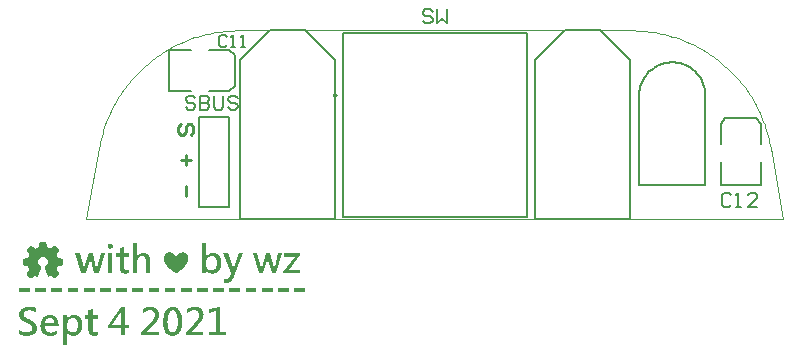
<source format=gto>
G04*
G04 #@! TF.GenerationSoftware,Altium Limited,Altium Designer,20.0.9 (164)*
G04*
G04 Layer_Color=65535*
%FSLAX25Y25*%
%MOIN*%
G70*
G01*
G75*
%ADD10C,0.00984*%
%ADD11C,0.00394*%
%ADD12C,0.00591*%
%ADD13C,0.00035*%
%ADD14C,0.00787*%
%ADD15C,0.01000*%
%ADD16R,0.03740X0.01083*%
G36*
X-108052Y-38841D02*
X-107967Y-38856D01*
X-107868Y-38886D01*
X-107768Y-38925D01*
X-107661Y-38986D01*
X-107562Y-39062D01*
X-107554Y-39070D01*
X-107524Y-39101D01*
X-107478Y-39154D01*
X-107432Y-39223D01*
X-107386Y-39307D01*
X-107340Y-39407D01*
X-107309Y-39521D01*
X-107302Y-39652D01*
Y-39659D01*
Y-39667D01*
Y-39713D01*
X-107317Y-39774D01*
X-107332Y-39858D01*
X-107363Y-39957D01*
X-107409Y-40057D01*
X-107478Y-40156D01*
X-107562Y-40248D01*
X-107570Y-40256D01*
X-107608Y-40286D01*
X-107661Y-40317D01*
X-107730Y-40363D01*
X-107822Y-40401D01*
X-107929Y-40439D01*
X-108052Y-40470D01*
X-108182Y-40478D01*
X-108197D01*
X-108243Y-40470D01*
X-108312Y-40462D01*
X-108403Y-40447D01*
X-108503Y-40416D01*
X-108602Y-40378D01*
X-108709Y-40317D01*
X-108809Y-40241D01*
X-108817Y-40233D01*
X-108847Y-40195D01*
X-108885Y-40149D01*
X-108931Y-40080D01*
X-108977Y-39996D01*
X-109015Y-39889D01*
X-109046Y-39774D01*
X-109054Y-39652D01*
Y-39644D01*
Y-39636D01*
X-109046Y-39590D01*
X-109038Y-39529D01*
X-109023Y-39445D01*
X-108993Y-39353D01*
X-108947Y-39254D01*
X-108893Y-39154D01*
X-108809Y-39062D01*
X-108794Y-39055D01*
X-108763Y-39024D01*
X-108709Y-38986D01*
X-108633Y-38940D01*
X-108541Y-38902D01*
X-108434Y-38864D01*
X-108319Y-38833D01*
X-108182Y-38825D01*
X-108120D01*
X-108052Y-38841D01*
D02*
G37*
G36*
X-66841Y-49543D02*
Y-49551D01*
X-66849Y-49566D01*
X-66864Y-49597D01*
X-66879Y-49642D01*
X-66902Y-49688D01*
X-66933Y-49749D01*
X-66963Y-49818D01*
X-67002Y-49895D01*
X-67093Y-50071D01*
X-67208Y-50262D01*
X-67338Y-50469D01*
X-67491Y-50675D01*
X-67659Y-50889D01*
X-67851Y-51096D01*
X-68057Y-51287D01*
X-68287Y-51463D01*
X-68409Y-51540D01*
X-68532Y-51609D01*
X-68662Y-51662D01*
X-68799Y-51715D01*
X-68937Y-51762D01*
X-69082Y-51792D01*
X-69235Y-51807D01*
X-69388Y-51815D01*
X-69526D01*
X-69580Y-51807D01*
X-69702Y-51800D01*
X-69840Y-51784D01*
X-69993Y-51769D01*
X-70138Y-51739D01*
X-70276Y-51700D01*
Y-50499D01*
X-70268D01*
X-70261Y-50507D01*
X-70215Y-50522D01*
X-70146Y-50545D01*
X-70054Y-50576D01*
X-69947Y-50606D01*
X-69817Y-50629D01*
X-69687Y-50644D01*
X-69549Y-50652D01*
X-69511D01*
X-69473Y-50644D01*
X-69419Y-50637D01*
X-69350Y-50622D01*
X-69274Y-50606D01*
X-69190Y-50576D01*
X-69098Y-50538D01*
X-69006Y-50492D01*
X-68906Y-50438D01*
X-68807Y-50362D01*
X-68708Y-50277D01*
X-68616Y-50178D01*
X-68524Y-50055D01*
X-68440Y-49918D01*
X-68363Y-49765D01*
X-67897Y-48656D01*
X-70551Y-41954D01*
X-68968D01*
X-67353Y-46743D01*
Y-46751D01*
X-67346Y-46774D01*
X-67331Y-46819D01*
X-67315Y-46881D01*
X-67292Y-46965D01*
X-67269Y-47080D01*
X-67239Y-47217D01*
X-67216Y-47294D01*
X-67200Y-47386D01*
X-67170D01*
Y-47378D01*
X-67162Y-47347D01*
X-67155Y-47302D01*
X-67139Y-47233D01*
X-67116Y-47148D01*
X-67086Y-47041D01*
X-67048Y-46911D01*
X-67002Y-46758D01*
X-65326Y-41954D01*
X-63888D01*
X-66841Y-49543D01*
D02*
G37*
G36*
X-52826Y-48663D02*
X-54310D01*
X-55565Y-44173D01*
Y-44157D01*
X-55580Y-44119D01*
X-55595Y-44058D01*
X-55611Y-43974D01*
X-55626Y-43867D01*
X-55641Y-43752D01*
X-55657Y-43614D01*
X-55664Y-43469D01*
X-55695D01*
Y-43484D01*
X-55703Y-43515D01*
Y-43576D01*
X-55718Y-43652D01*
X-55733Y-43752D01*
X-55756Y-43874D01*
X-55787Y-44004D01*
X-55825Y-44157D01*
X-57171Y-48663D01*
X-58632D01*
X-60614Y-41954D01*
X-59137D01*
X-57913Y-46766D01*
Y-46781D01*
X-57898Y-46819D01*
X-57890Y-46881D01*
X-57875Y-46957D01*
X-57860Y-47057D01*
X-57845Y-47171D01*
X-57829Y-47294D01*
X-57814Y-47424D01*
X-57776D01*
Y-47416D01*
Y-47409D01*
X-57768Y-47363D01*
X-57760Y-47302D01*
X-57753Y-47210D01*
X-57737Y-47110D01*
X-57714Y-46995D01*
X-57684Y-46873D01*
X-57653Y-46751D01*
X-56238Y-41954D01*
X-54915D01*
X-53652Y-46781D01*
Y-46789D01*
X-53645Y-46812D01*
X-53637Y-46858D01*
X-53622Y-46927D01*
X-53606Y-47011D01*
X-53591Y-47126D01*
X-53576Y-47271D01*
X-53561Y-47347D01*
X-53553Y-47439D01*
X-53507D01*
Y-47424D01*
X-53499Y-47386D01*
X-53492Y-47324D01*
X-53484Y-47240D01*
X-53469Y-47141D01*
X-53446Y-47034D01*
X-53423Y-46911D01*
X-53392Y-46781D01*
X-52199Y-41954D01*
X-50845D01*
X-52826Y-48663D01*
D02*
G37*
G36*
X-112030Y-48663D02*
X-113514D01*
X-114768Y-44173D01*
Y-44157D01*
X-114784Y-44119D01*
X-114799Y-44058D01*
X-114814Y-43974D01*
X-114829Y-43867D01*
X-114845Y-43752D01*
X-114860Y-43614D01*
X-114868Y-43469D01*
X-114898D01*
Y-43484D01*
X-114906Y-43515D01*
Y-43576D01*
X-114921Y-43652D01*
X-114936Y-43752D01*
X-114960Y-43874D01*
X-114990Y-44004D01*
X-115028Y-44157D01*
X-116375Y-48663D01*
X-117836D01*
X-119817Y-41954D01*
X-118341D01*
X-117117Y-46766D01*
Y-46781D01*
X-117102Y-46820D01*
X-117094Y-46881D01*
X-117078Y-46957D01*
X-117063Y-47057D01*
X-117048Y-47172D01*
X-117033Y-47294D01*
X-117017Y-47424D01*
X-116979D01*
Y-47416D01*
Y-47409D01*
X-116971Y-47363D01*
X-116964Y-47302D01*
X-116956Y-47210D01*
X-116941Y-47110D01*
X-116918Y-46995D01*
X-116887Y-46873D01*
X-116857Y-46751D01*
X-115441Y-41954D01*
X-114118D01*
X-112856Y-46781D01*
Y-46789D01*
X-112848Y-46812D01*
X-112840Y-46858D01*
X-112825Y-46927D01*
X-112810Y-47011D01*
X-112794Y-47126D01*
X-112779Y-47271D01*
X-112764Y-47347D01*
X-112756Y-47439D01*
X-112710D01*
Y-47424D01*
X-112703Y-47386D01*
X-112695Y-47324D01*
X-112687Y-47240D01*
X-112672Y-47141D01*
X-112649Y-47034D01*
X-112626Y-46911D01*
X-112596Y-46781D01*
X-111402Y-41954D01*
X-110048D01*
X-112030Y-48663D01*
D02*
G37*
G36*
X-44801Y-42513D02*
X-48496Y-47539D01*
X-44817D01*
Y-48663D01*
X-50501D01*
Y-48151D01*
X-46744Y-43086D01*
X-50149D01*
Y-41954D01*
X-44801D01*
Y-42513D01*
D02*
G37*
G36*
X-88452Y-41686D02*
X-88376D01*
X-88292Y-41702D01*
X-88192Y-41717D01*
X-88085Y-41732D01*
X-87978Y-41763D01*
X-87963D01*
X-87924Y-41778D01*
X-87871Y-41794D01*
X-87794Y-41824D01*
X-87703Y-41855D01*
X-87603Y-41901D01*
X-87496Y-41954D01*
X-87381Y-42015D01*
X-87366Y-42023D01*
X-87328Y-42046D01*
X-87274Y-42084D01*
X-87198Y-42130D01*
X-87106Y-42191D01*
X-87006Y-42260D01*
X-86899Y-42344D01*
X-86792Y-42436D01*
X-86777Y-42444D01*
X-86739Y-42482D01*
X-86685Y-42528D01*
X-86616Y-42597D01*
X-86540Y-42681D01*
X-86456Y-42773D01*
X-86371Y-42872D01*
X-86287Y-42987D01*
X-86280Y-42972D01*
X-86257Y-42941D01*
X-86218Y-42887D01*
X-86165Y-42819D01*
X-86104Y-42742D01*
X-86019Y-42658D01*
X-85928Y-42566D01*
X-85828Y-42474D01*
X-85813Y-42467D01*
X-85775Y-42436D01*
X-85721Y-42390D01*
X-85637Y-42329D01*
X-85553Y-42268D01*
X-85446Y-42199D01*
X-85339Y-42130D01*
X-85224Y-42069D01*
X-85209Y-42061D01*
X-85170Y-42038D01*
X-85109Y-42008D01*
X-85025Y-41977D01*
X-84933Y-41931D01*
X-84826Y-41893D01*
X-84711Y-41855D01*
X-84597Y-41816D01*
X-84581Y-41809D01*
X-84543Y-41801D01*
X-84482Y-41786D01*
X-84398Y-41770D01*
X-84306Y-41755D01*
X-84199Y-41740D01*
X-84092Y-41725D01*
X-83923D01*
X-83870Y-41732D01*
X-83793Y-41740D01*
X-83702Y-41748D01*
X-83610Y-41763D01*
X-83510Y-41794D01*
X-83411Y-41824D01*
X-83396Y-41832D01*
X-83365Y-41839D01*
X-83319Y-41862D01*
X-83258Y-41893D01*
X-83181Y-41931D01*
X-83105Y-41977D01*
X-82952Y-42092D01*
X-82944Y-42099D01*
X-82921Y-42122D01*
X-82883Y-42153D01*
X-82837Y-42199D01*
X-82784Y-42252D01*
X-82722Y-42314D01*
X-82608Y-42467D01*
X-82600Y-42474D01*
X-82585Y-42505D01*
X-82554Y-42543D01*
X-82524Y-42597D01*
X-82485Y-42666D01*
X-82447Y-42734D01*
X-82371Y-42895D01*
X-82363Y-42903D01*
X-82355Y-42933D01*
X-82340Y-42972D01*
X-82317Y-43033D01*
X-82294Y-43094D01*
X-82271Y-43170D01*
X-82233Y-43339D01*
Y-43346D01*
X-82225Y-43377D01*
X-82218Y-43423D01*
X-82210Y-43477D01*
X-82202Y-43538D01*
X-82195Y-43606D01*
X-82187Y-43752D01*
Y-43760D01*
Y-43767D01*
Y-43790D01*
Y-43821D01*
X-82195Y-43905D01*
X-82202Y-44012D01*
X-82225Y-44142D01*
X-82248Y-44287D01*
X-82286Y-44440D01*
X-82332Y-44601D01*
Y-44609D01*
X-82340Y-44616D01*
X-82348Y-44639D01*
X-82355Y-44670D01*
X-82393Y-44754D01*
X-82432Y-44861D01*
X-82493Y-44991D01*
X-82554Y-45129D01*
X-82638Y-45282D01*
X-82722Y-45435D01*
Y-45443D01*
X-82730Y-45450D01*
X-82745Y-45473D01*
X-82768Y-45504D01*
X-82814Y-45580D01*
X-82883Y-45687D01*
X-82967Y-45802D01*
X-83067Y-45940D01*
X-83174Y-46077D01*
X-83289Y-46223D01*
Y-46231D01*
X-83304Y-46238D01*
X-83342Y-46284D01*
X-83403Y-46361D01*
X-83487Y-46452D01*
X-83587Y-46559D01*
X-83694Y-46682D01*
X-83816Y-46804D01*
X-83939Y-46934D01*
X-83954Y-46950D01*
X-84000Y-46988D01*
X-84061Y-47057D01*
X-84153Y-47141D01*
X-84260Y-47240D01*
X-84375Y-47347D01*
X-84505Y-47455D01*
X-84635Y-47569D01*
X-84642D01*
X-84650Y-47585D01*
X-84696Y-47615D01*
X-84765Y-47669D01*
X-84849Y-47738D01*
X-84956Y-47822D01*
X-85063Y-47906D01*
X-85293Y-48074D01*
X-85308Y-48082D01*
X-85346Y-48112D01*
X-85400Y-48151D01*
X-85476Y-48204D01*
X-85561Y-48258D01*
X-85652Y-48319D01*
X-85851Y-48449D01*
X-85859Y-48457D01*
X-85897Y-48472D01*
X-85943Y-48503D01*
X-86004Y-48533D01*
X-86073Y-48571D01*
X-86150Y-48602D01*
X-86226Y-48633D01*
X-86295Y-48663D01*
X-86303D01*
X-86326Y-48648D01*
X-86364Y-48633D01*
X-86410Y-48617D01*
X-86471Y-48587D01*
X-86540Y-48548D01*
X-86616Y-48510D01*
X-86700Y-48457D01*
X-86708Y-48449D01*
X-86739Y-48426D01*
X-86792Y-48395D01*
X-86861Y-48349D01*
X-86937Y-48296D01*
X-87029Y-48235D01*
X-87136Y-48158D01*
X-87251Y-48082D01*
X-87266Y-48074D01*
X-87305Y-48044D01*
X-87366Y-47990D01*
X-87450Y-47929D01*
X-87550Y-47852D01*
X-87657Y-47768D01*
X-87779Y-47669D01*
X-87909Y-47562D01*
X-87924Y-47546D01*
X-87970Y-47508D01*
X-88039Y-47455D01*
X-88123Y-47370D01*
X-88230Y-47279D01*
X-88345Y-47171D01*
X-88475Y-47049D01*
X-88605Y-46927D01*
Y-46919D01*
X-88621Y-46911D01*
X-88666Y-46865D01*
X-88735Y-46797D01*
X-88819Y-46705D01*
X-88919Y-46598D01*
X-89034Y-46475D01*
X-89148Y-46345D01*
X-89271Y-46207D01*
Y-46200D01*
X-89286Y-46192D01*
X-89301Y-46169D01*
X-89324Y-46139D01*
X-89385Y-46070D01*
X-89462Y-45970D01*
X-89546Y-45848D01*
X-89638Y-45718D01*
X-89737Y-45573D01*
X-89837Y-45420D01*
Y-45412D01*
X-89845Y-45404D01*
X-89860Y-45381D01*
X-89875Y-45351D01*
X-89921Y-45267D01*
X-89975Y-45160D01*
X-90036Y-45037D01*
X-90105Y-44892D01*
X-90166Y-44739D01*
X-90227Y-44586D01*
Y-44578D01*
X-90235Y-44563D01*
X-90242Y-44540D01*
X-90250Y-44509D01*
X-90273Y-44425D01*
X-90296Y-44318D01*
X-90326Y-44188D01*
X-90349Y-44043D01*
X-90365Y-43890D01*
X-90372Y-43729D01*
Y-43721D01*
Y-43691D01*
Y-43652D01*
X-90365Y-43599D01*
Y-43538D01*
X-90349Y-43469D01*
X-90326Y-43308D01*
Y-43301D01*
X-90319Y-43270D01*
X-90303Y-43224D01*
X-90288Y-43163D01*
X-90273Y-43094D01*
X-90242Y-43018D01*
X-90181Y-42849D01*
X-90174Y-42842D01*
X-90166Y-42811D01*
X-90143Y-42765D01*
X-90112Y-42711D01*
X-90074Y-42643D01*
X-90036Y-42566D01*
X-89929Y-42413D01*
X-89921Y-42406D01*
X-89898Y-42375D01*
X-89868Y-42337D01*
X-89829Y-42283D01*
X-89776Y-42230D01*
X-89714Y-42161D01*
X-89577Y-42038D01*
X-89569Y-42031D01*
X-89539Y-42008D01*
X-89500Y-41985D01*
X-89439Y-41947D01*
X-89370Y-41901D01*
X-89294Y-41862D01*
X-89210Y-41816D01*
X-89118Y-41778D01*
X-89103Y-41770D01*
X-89072Y-41763D01*
X-89018Y-41748D01*
X-88950Y-41725D01*
X-88865Y-41709D01*
X-88766Y-41694D01*
X-88666Y-41686D01*
X-88552Y-41679D01*
X-88506D01*
X-88452Y-41686D01*
D02*
G37*
G36*
X-99269Y-43033D02*
X-99239D01*
X-99231Y-43018D01*
X-99200Y-42979D01*
X-99162Y-42918D01*
X-99093Y-42842D01*
X-99017Y-42750D01*
X-98925Y-42643D01*
X-98810Y-42528D01*
X-98680Y-42413D01*
X-98535Y-42298D01*
X-98374Y-42191D01*
X-98198Y-42084D01*
X-98007Y-41992D01*
X-97800Y-41916D01*
X-97571Y-41855D01*
X-97334Y-41816D01*
X-97081Y-41801D01*
X-97028D01*
X-96982Y-41809D01*
X-96928D01*
X-96875Y-41816D01*
X-96806Y-41832D01*
X-96729Y-41847D01*
X-96554Y-41885D01*
X-96362Y-41947D01*
X-96156Y-42031D01*
X-96049Y-42084D01*
X-95942Y-42145D01*
X-95842Y-42214D01*
X-95735Y-42291D01*
X-95628Y-42375D01*
X-95529Y-42467D01*
X-95429Y-42574D01*
X-95337Y-42689D01*
X-95245Y-42819D01*
X-95161Y-42956D01*
X-95085Y-43109D01*
X-95016Y-43270D01*
X-94955Y-43446D01*
X-94909Y-43637D01*
X-94863Y-43836D01*
X-94832Y-44058D01*
X-94817Y-44287D01*
X-94809Y-44540D01*
Y-48663D01*
X-96240D01*
Y-44823D01*
Y-44815D01*
Y-44800D01*
Y-44777D01*
Y-44739D01*
X-96248Y-44701D01*
Y-44647D01*
X-96263Y-44532D01*
X-96278Y-44387D01*
X-96316Y-44226D01*
X-96355Y-44058D01*
X-96416Y-43882D01*
X-96485Y-43706D01*
X-96576Y-43538D01*
X-96691Y-43377D01*
X-96821Y-43232D01*
X-96982Y-43117D01*
X-97074Y-43063D01*
X-97166Y-43025D01*
X-97273Y-42987D01*
X-97380Y-42964D01*
X-97502Y-42949D01*
X-97625Y-42941D01*
X-97693D01*
X-97739Y-42949D01*
X-97800Y-42956D01*
X-97869Y-42972D01*
X-97953Y-42987D01*
X-98038Y-43010D01*
X-98129Y-43040D01*
X-98221Y-43071D01*
X-98321Y-43117D01*
X-98420Y-43170D01*
X-98520Y-43232D01*
X-98619Y-43308D01*
X-98711Y-43385D01*
X-98803Y-43484D01*
X-98810Y-43492D01*
X-98826Y-43507D01*
X-98849Y-43538D01*
X-98871Y-43584D01*
X-98910Y-43637D01*
X-98948Y-43698D01*
X-98994Y-43775D01*
X-99032Y-43859D01*
X-99078Y-43951D01*
X-99124Y-44058D01*
X-99162Y-44165D01*
X-99193Y-44287D01*
X-99223Y-44425D01*
X-99246Y-44563D01*
X-99262Y-44708D01*
X-99269Y-44861D01*
Y-48663D01*
X-100692D01*
Y-38734D01*
X-99269D01*
Y-43033D01*
D02*
G37*
G36*
X-107485Y-48663D02*
X-108908D01*
Y-41954D01*
X-107485D01*
Y-48663D01*
D02*
G37*
G36*
X-103660Y-41954D02*
X-102031D01*
Y-43086D01*
X-103660D01*
Y-46498D01*
Y-46506D01*
Y-46529D01*
Y-46559D01*
Y-46598D01*
X-103653Y-46651D01*
X-103645Y-46712D01*
X-103630Y-46843D01*
X-103607Y-46988D01*
X-103569Y-47141D01*
X-103515Y-47279D01*
X-103477Y-47347D01*
X-103439Y-47401D01*
X-103431Y-47416D01*
X-103393Y-47447D01*
X-103339Y-47485D01*
X-103263Y-47539D01*
X-103171Y-47592D01*
X-103041Y-47631D01*
X-102895Y-47661D01*
X-102727Y-47676D01*
X-102666D01*
X-102589Y-47661D01*
X-102498Y-47646D01*
X-102391Y-47623D01*
X-102268Y-47585D01*
X-102153Y-47531D01*
X-102031Y-47462D01*
Y-48594D01*
X-102039D01*
X-102046Y-48602D01*
X-102069Y-48617D01*
X-102108Y-48625D01*
X-102146Y-48640D01*
X-102199Y-48663D01*
X-102253Y-48678D01*
X-102322Y-48701D01*
X-102398Y-48724D01*
X-102482Y-48740D01*
X-102574Y-48755D01*
X-102681Y-48778D01*
X-102788Y-48786D01*
X-102911Y-48801D01*
X-103033Y-48809D01*
X-103217D01*
X-103255Y-48801D01*
X-103293D01*
X-103347Y-48793D01*
X-103469Y-48778D01*
X-103614Y-48747D01*
X-103775Y-48701D01*
X-103951Y-48633D01*
X-104127Y-48548D01*
X-104303Y-48441D01*
X-104479Y-48304D01*
X-104563Y-48227D01*
X-104640Y-48135D01*
X-104716Y-48044D01*
X-104785Y-47936D01*
X-104846Y-47822D01*
X-104907Y-47699D01*
X-104961Y-47569D01*
X-104999Y-47424D01*
X-105037Y-47271D01*
X-105060Y-47103D01*
X-105076Y-46927D01*
X-105083Y-46743D01*
Y-43086D01*
X-106216D01*
Y-41954D01*
X-105083D01*
Y-40386D01*
X-103660Y-39957D01*
Y-41954D01*
D02*
G37*
G36*
X-76212Y-43071D02*
X-76182D01*
X-76174Y-43056D01*
X-76143Y-43018D01*
X-76098Y-42956D01*
X-76036Y-42872D01*
X-75952Y-42773D01*
X-75853Y-42666D01*
X-75738Y-42551D01*
X-75608Y-42436D01*
X-75455Y-42314D01*
X-75287Y-42199D01*
X-75095Y-42092D01*
X-74896Y-42000D01*
X-74675Y-41916D01*
X-74437Y-41855D01*
X-74177Y-41816D01*
X-73910Y-41801D01*
X-73856D01*
X-73787Y-41809D01*
X-73695Y-41816D01*
X-73588Y-41832D01*
X-73466Y-41847D01*
X-73328Y-41878D01*
X-73183Y-41916D01*
X-73022Y-41962D01*
X-72861Y-42023D01*
X-72693Y-42092D01*
X-72525Y-42176D01*
X-72357Y-42283D01*
X-72204Y-42398D01*
X-72051Y-42536D01*
X-71905Y-42696D01*
X-71898Y-42704D01*
X-71875Y-42734D01*
X-71836Y-42788D01*
X-71790Y-42857D01*
X-71737Y-42949D01*
X-71676Y-43063D01*
X-71607Y-43186D01*
X-71538Y-43331D01*
X-71469Y-43499D01*
X-71400Y-43683D01*
X-71339Y-43882D01*
X-71286Y-44096D01*
X-71240Y-44326D01*
X-71201Y-44578D01*
X-71179Y-44838D01*
X-71171Y-45121D01*
Y-45129D01*
Y-45136D01*
Y-45160D01*
Y-45198D01*
Y-45236D01*
X-71179Y-45282D01*
X-71186Y-45397D01*
X-71194Y-45542D01*
X-71217Y-45703D01*
X-71240Y-45886D01*
X-71278Y-46085D01*
X-71316Y-46292D01*
X-71377Y-46506D01*
X-71439Y-46735D01*
X-71523Y-46957D01*
X-71615Y-47179D01*
X-71729Y-47401D01*
X-71859Y-47607D01*
X-72005Y-47806D01*
X-72012Y-47814D01*
X-72043Y-47852D01*
X-72089Y-47898D01*
X-72158Y-47967D01*
X-72242Y-48044D01*
X-72341Y-48128D01*
X-72456Y-48219D01*
X-72594Y-48311D01*
X-72739Y-48403D01*
X-72907Y-48495D01*
X-73091Y-48579D01*
X-73282Y-48656D01*
X-73497Y-48724D01*
X-73726Y-48770D01*
X-73963Y-48801D01*
X-74216Y-48816D01*
X-74269D01*
X-74338Y-48809D01*
X-74430Y-48801D01*
X-74537Y-48786D01*
X-74659Y-48763D01*
X-74797Y-48724D01*
X-74950Y-48686D01*
X-75103Y-48625D01*
X-75264Y-48556D01*
X-75432Y-48472D01*
X-75593Y-48373D01*
X-75753Y-48250D01*
X-75906Y-48112D01*
X-76052Y-47944D01*
X-76182Y-47760D01*
X-76212D01*
Y-48663D01*
X-77635D01*
Y-38734D01*
X-76212D01*
Y-43071D01*
D02*
G37*
G36*
X-43325Y-54750D02*
X-46905D01*
Y-53694D01*
X-43325D01*
Y-54750D01*
D02*
G37*
G36*
X-48718D02*
X-52298D01*
Y-53694D01*
X-48718D01*
Y-54750D01*
D02*
G37*
G36*
X-54111Y-54750D02*
X-57692D01*
Y-53694D01*
X-54111D01*
Y-54750D01*
D02*
G37*
G36*
X-59505D02*
X-63085D01*
Y-53694D01*
X-59505D01*
Y-54750D01*
D02*
G37*
G36*
X-64898D02*
X-68478D01*
Y-53694D01*
X-64898D01*
Y-54750D01*
D02*
G37*
G36*
X-70291D02*
X-73871D01*
Y-53694D01*
X-70291D01*
Y-54750D01*
D02*
G37*
G36*
X-75684D02*
X-79265D01*
Y-53694D01*
X-75684D01*
Y-54750D01*
D02*
G37*
G36*
X-81078D02*
X-84658D01*
Y-53694D01*
X-81078D01*
Y-54750D01*
D02*
G37*
G36*
X-86471D02*
X-90051D01*
Y-53694D01*
X-86471D01*
Y-54750D01*
D02*
G37*
G36*
X-91864D02*
X-95444D01*
Y-53694D01*
X-91864D01*
Y-54750D01*
D02*
G37*
G36*
X-97257D02*
X-100838D01*
Y-53694D01*
X-97257D01*
Y-54750D01*
D02*
G37*
G36*
X-102651D02*
X-106231D01*
Y-53694D01*
X-102651D01*
Y-54750D01*
D02*
G37*
G36*
X-108044D02*
X-111624Y-54750D01*
Y-53694D01*
X-108044Y-53694D01*
Y-54750D01*
D02*
G37*
G36*
X-113437Y-54750D02*
X-117017D01*
Y-53694D01*
X-113437D01*
Y-54750D01*
D02*
G37*
G36*
X-118830D02*
X-122411D01*
Y-53694D01*
X-118830D01*
Y-54750D01*
D02*
G37*
G36*
X-124224D02*
X-127804D01*
Y-53694D01*
X-124224D01*
Y-54750D01*
D02*
G37*
G36*
X-129617D02*
X-133197D01*
Y-53694D01*
X-129617D01*
Y-54750D01*
D02*
G37*
G36*
X-135010D02*
X-138590D01*
Y-53694D01*
X-135010D01*
Y-54750D01*
D02*
G37*
G36*
X-134949Y-59818D02*
X-134827D01*
X-134689Y-59826D01*
X-134544Y-59841D01*
X-134383Y-59857D01*
X-134207Y-59872D01*
X-134039Y-59895D01*
X-133679Y-59956D01*
X-133511Y-59994D01*
X-133342Y-60040D01*
X-133189Y-60094D01*
X-133044Y-60155D01*
Y-61647D01*
X-133052Y-61639D01*
X-133082Y-61624D01*
X-133136Y-61593D01*
X-133197Y-61555D01*
X-133281Y-61509D01*
X-133388Y-61456D01*
X-133503Y-61402D01*
X-133641Y-61341D01*
X-133786Y-61287D01*
X-133954Y-61234D01*
X-134130Y-61180D01*
X-134322Y-61134D01*
X-134528Y-61096D01*
X-134742Y-61065D01*
X-134972Y-61050D01*
X-135209Y-61042D01*
X-135285D01*
X-135347Y-61050D01*
X-135416D01*
X-135500Y-61058D01*
X-135591Y-61073D01*
X-135683Y-61081D01*
X-135898Y-61127D01*
X-136119Y-61188D01*
X-136341Y-61264D01*
X-136448Y-61318D01*
X-136548Y-61379D01*
X-136555D01*
X-136571Y-61394D01*
X-136594Y-61417D01*
X-136624Y-61440D01*
X-136708Y-61517D01*
X-136800Y-61616D01*
X-136900Y-61754D01*
X-136976Y-61907D01*
X-137014Y-61999D01*
X-137037Y-62090D01*
X-137053Y-62190D01*
X-137060Y-62297D01*
Y-62305D01*
Y-62320D01*
Y-62351D01*
X-137053Y-62381D01*
X-137045Y-62427D01*
X-137037Y-62481D01*
X-137014Y-62603D01*
X-136969Y-62741D01*
X-136900Y-62886D01*
X-136861Y-62955D01*
X-136808Y-63024D01*
X-136754Y-63093D01*
X-136686Y-63161D01*
X-136678D01*
X-136670Y-63177D01*
X-136640Y-63200D01*
X-136609Y-63223D01*
X-136563Y-63253D01*
X-136502Y-63299D01*
X-136433Y-63345D01*
X-136349Y-63399D01*
X-136249Y-63460D01*
X-136135Y-63529D01*
X-136005Y-63605D01*
X-135859Y-63689D01*
X-135699Y-63774D01*
X-135523Y-63865D01*
X-135324Y-63965D01*
X-135110Y-64072D01*
X-135102D01*
X-135094Y-64079D01*
X-135048Y-64102D01*
X-134979Y-64133D01*
X-134880Y-64187D01*
X-134765Y-64248D01*
X-134635Y-64317D01*
X-134498Y-64393D01*
X-134345Y-64485D01*
X-134184Y-64577D01*
X-134023Y-64684D01*
X-133702Y-64906D01*
X-133549Y-65020D01*
X-133411Y-65143D01*
X-133281Y-65265D01*
X-133174Y-65388D01*
X-133167Y-65395D01*
X-133151Y-65418D01*
X-133128Y-65456D01*
X-133090Y-65502D01*
X-133052Y-65564D01*
X-133006Y-65640D01*
X-132952Y-65724D01*
X-132906Y-65824D01*
X-132853Y-65931D01*
X-132807Y-66045D01*
X-132761Y-66168D01*
X-132723Y-66306D01*
X-132685Y-66443D01*
X-132662Y-66589D01*
X-132646Y-66742D01*
X-132639Y-66902D01*
Y-66918D01*
Y-66956D01*
X-132646Y-67025D01*
X-132654Y-67109D01*
X-132669Y-67216D01*
X-132685Y-67338D01*
X-132715Y-67476D01*
X-132753Y-67621D01*
X-132807Y-67774D01*
X-132868Y-67935D01*
X-132937Y-68096D01*
X-133029Y-68256D01*
X-133136Y-68417D01*
X-133258Y-68570D01*
X-133404Y-68715D01*
X-133564Y-68845D01*
X-133572Y-68853D01*
X-133610Y-68876D01*
X-133656Y-68907D01*
X-133733Y-68953D01*
X-133824Y-68998D01*
X-133939Y-69052D01*
X-134077Y-69113D01*
X-134230Y-69174D01*
X-134398Y-69243D01*
X-134589Y-69297D01*
X-134804Y-69358D01*
X-135025Y-69404D01*
X-135278Y-69450D01*
X-135538Y-69480D01*
X-135821Y-69503D01*
X-136119Y-69511D01*
X-136226D01*
X-136280Y-69503D01*
X-136349D01*
X-136425Y-69496D01*
X-136510D01*
X-136601Y-69488D01*
X-136708Y-69473D01*
X-136930Y-69450D01*
X-137183Y-69411D01*
X-137451Y-69366D01*
X-137458D01*
X-137481Y-69358D01*
X-137519Y-69350D01*
X-137573Y-69343D01*
X-137634Y-69327D01*
X-137703Y-69312D01*
X-137779Y-69289D01*
X-137864Y-69266D01*
X-138047Y-69213D01*
X-138238Y-69144D01*
X-138422Y-69067D01*
X-138506Y-69029D01*
X-138583Y-68983D01*
Y-67415D01*
X-138567Y-67422D01*
X-138537Y-67453D01*
X-138476Y-67499D01*
X-138391Y-67553D01*
X-138284Y-67621D01*
X-138162Y-67690D01*
X-138024Y-67774D01*
X-137856Y-67851D01*
X-137680Y-67935D01*
X-137489Y-68019D01*
X-137275Y-68088D01*
X-137053Y-68157D01*
X-136816Y-68211D01*
X-136563Y-68256D01*
X-136303Y-68287D01*
X-136035Y-68295D01*
X-135951D01*
X-135913Y-68287D01*
X-135859D01*
X-135745Y-68272D01*
X-135599Y-68256D01*
X-135446Y-68226D01*
X-135278Y-68187D01*
X-135102Y-68134D01*
X-134926Y-68065D01*
X-134758Y-67981D01*
X-134605Y-67882D01*
X-134459Y-67759D01*
X-134337Y-67606D01*
X-134291Y-67530D01*
X-134245Y-67438D01*
X-134214Y-67346D01*
X-134192Y-67239D01*
X-134176Y-67132D01*
X-134169Y-67017D01*
Y-67009D01*
Y-67002D01*
Y-66956D01*
X-134176Y-66879D01*
X-134192Y-66795D01*
X-134222Y-66688D01*
X-134253Y-66581D01*
X-134306Y-66466D01*
X-134375Y-66351D01*
X-134383Y-66336D01*
X-134413Y-66298D01*
X-134459Y-66244D01*
X-134520Y-66176D01*
X-134605Y-66091D01*
X-134696Y-66007D01*
X-134811Y-65916D01*
X-134934Y-65831D01*
X-134941D01*
X-134949Y-65824D01*
X-134972Y-65808D01*
X-135003Y-65785D01*
X-135048Y-65763D01*
X-135094Y-65732D01*
X-135163Y-65701D01*
X-135232Y-65655D01*
X-135324Y-65610D01*
X-135423Y-65556D01*
X-135530Y-65502D01*
X-135660Y-65434D01*
X-135798Y-65365D01*
X-135951Y-65288D01*
X-136127Y-65204D01*
X-136311Y-65112D01*
X-136326Y-65105D01*
X-136364Y-65082D01*
X-136433Y-65051D01*
X-136517Y-65005D01*
X-136617Y-64952D01*
X-136739Y-64890D01*
X-136869Y-64814D01*
X-137007Y-64730D01*
X-137305Y-64546D01*
X-137596Y-64340D01*
X-137733Y-64232D01*
X-137864Y-64118D01*
X-137978Y-64003D01*
X-138085Y-63888D01*
X-138093Y-63881D01*
X-138108Y-63858D01*
X-138131Y-63827D01*
X-138162Y-63774D01*
X-138200Y-63720D01*
X-138246Y-63643D01*
X-138292Y-63559D01*
X-138338Y-63468D01*
X-138384Y-63368D01*
X-138430Y-63253D01*
X-138476Y-63131D01*
X-138514Y-63001D01*
X-138544Y-62871D01*
X-138567Y-62725D01*
X-138583Y-62572D01*
X-138590Y-62419D01*
Y-62404D01*
Y-62366D01*
X-138583Y-62305D01*
X-138575Y-62221D01*
X-138560Y-62113D01*
X-138537Y-61999D01*
X-138514Y-61869D01*
X-138468Y-61723D01*
X-138422Y-61570D01*
X-138353Y-61417D01*
X-138277Y-61257D01*
X-138185Y-61096D01*
X-138078Y-60943D01*
X-137948Y-60790D01*
X-137802Y-60645D01*
X-137634Y-60507D01*
X-137626Y-60499D01*
X-137588Y-60476D01*
X-137535Y-60446D01*
X-137458Y-60400D01*
X-137366Y-60346D01*
X-137252Y-60285D01*
X-137114Y-60224D01*
X-136969Y-60155D01*
X-136800Y-60094D01*
X-136609Y-60033D01*
X-136410Y-59971D01*
X-136188Y-59918D01*
X-135959Y-59872D01*
X-135714Y-59841D01*
X-135454Y-59818D01*
X-135178Y-59811D01*
X-135041D01*
X-134949Y-59818D01*
D02*
G37*
G36*
X-120116Y-62504D02*
X-120024Y-62511D01*
X-119917Y-62527D01*
X-119794Y-62542D01*
X-119657Y-62572D01*
X-119504Y-62611D01*
X-119343Y-62657D01*
X-119182Y-62718D01*
X-119014Y-62787D01*
X-118846Y-62871D01*
X-118677Y-62978D01*
X-118517Y-63093D01*
X-118364Y-63230D01*
X-118218Y-63391D01*
X-118211Y-63399D01*
X-118188Y-63429D01*
X-118149Y-63483D01*
X-118104Y-63552D01*
X-118050Y-63643D01*
X-117989Y-63758D01*
X-117920Y-63881D01*
X-117851Y-64026D01*
X-117782Y-64194D01*
X-117713Y-64378D01*
X-117652Y-64577D01*
X-117599Y-64791D01*
X-117553Y-65020D01*
X-117515Y-65273D01*
X-117492Y-65533D01*
X-117484Y-65816D01*
Y-65824D01*
Y-65831D01*
Y-65854D01*
Y-65892D01*
Y-65931D01*
X-117492Y-65977D01*
X-117499Y-66091D01*
X-117507Y-66237D01*
X-117530Y-66397D01*
X-117553Y-66581D01*
X-117591Y-66780D01*
X-117629Y-66987D01*
X-117691Y-67208D01*
X-117752Y-67430D01*
X-117836Y-67652D01*
X-117928Y-67882D01*
X-118042Y-68096D01*
X-118173Y-68302D01*
X-118318Y-68501D01*
X-118325Y-68509D01*
X-118356Y-68547D01*
X-118402Y-68593D01*
X-118471Y-68662D01*
X-118555Y-68738D01*
X-118654Y-68822D01*
X-118777Y-68914D01*
X-118907Y-69006D01*
X-119060Y-69098D01*
X-119228Y-69190D01*
X-119412Y-69274D01*
X-119611Y-69350D01*
X-119825Y-69419D01*
X-120047Y-69465D01*
X-120291Y-69496D01*
X-120544Y-69511D01*
X-120598D01*
X-120666Y-69503D01*
X-120750Y-69496D01*
X-120858Y-69480D01*
X-120980Y-69457D01*
X-121118Y-69419D01*
X-121263Y-69381D01*
X-121424Y-69320D01*
X-121584Y-69251D01*
X-121745Y-69167D01*
X-121906Y-69067D01*
X-122066Y-68945D01*
X-122219Y-68807D01*
X-122365Y-68639D01*
X-122495Y-68455D01*
X-122525D01*
Y-72441D01*
X-123948D01*
Y-62649D01*
X-122525D01*
Y-63766D01*
X-122495D01*
X-122487Y-63750D01*
X-122457Y-63712D01*
X-122411Y-63651D01*
X-122349Y-63567D01*
X-122265Y-63468D01*
X-122173Y-63360D01*
X-122051Y-63246D01*
X-121921Y-63131D01*
X-121768Y-63008D01*
X-121600Y-62894D01*
X-121416Y-62787D01*
X-121210Y-62695D01*
X-120995Y-62611D01*
X-120758Y-62550D01*
X-120506Y-62511D01*
X-120238Y-62496D01*
X-120184D01*
X-120116Y-62504D01*
D02*
G37*
G36*
X-71699Y-68172D02*
X-69648D01*
Y-69358D01*
X-75179D01*
Y-68172D01*
X-73129D01*
Y-61387D01*
X-75241Y-61953D01*
Y-60706D01*
X-71699Y-59780D01*
Y-68172D01*
D02*
G37*
G36*
X-79831Y-59818D02*
X-79739D01*
X-79632Y-59834D01*
X-79502Y-59849D01*
X-79364Y-59872D01*
X-79211Y-59895D01*
X-79050Y-59933D01*
X-78882Y-59979D01*
X-78714Y-60033D01*
X-78538Y-60101D01*
X-78369Y-60178D01*
X-78201Y-60270D01*
X-78041Y-60377D01*
X-77895Y-60499D01*
X-77888Y-60507D01*
X-77865Y-60530D01*
X-77826Y-60568D01*
X-77773Y-60622D01*
X-77719Y-60698D01*
X-77650Y-60782D01*
X-77582Y-60882D01*
X-77513Y-60989D01*
X-77444Y-61119D01*
X-77375Y-61264D01*
X-77306Y-61417D01*
X-77253Y-61586D01*
X-77199Y-61761D01*
X-77161Y-61960D01*
X-77138Y-62159D01*
X-77130Y-62381D01*
Y-62389D01*
Y-62419D01*
Y-62465D01*
X-77138Y-62527D01*
X-77145Y-62603D01*
X-77153Y-62695D01*
X-77169Y-62802D01*
X-77191Y-62917D01*
X-77214Y-63039D01*
X-77245Y-63177D01*
X-77283Y-63314D01*
X-77337Y-63468D01*
X-77390Y-63621D01*
X-77451Y-63774D01*
X-77528Y-63934D01*
X-77612Y-64095D01*
X-77620Y-64102D01*
X-77635Y-64133D01*
X-77666Y-64179D01*
X-77704Y-64248D01*
X-77758Y-64324D01*
X-77826Y-64424D01*
X-77911Y-64539D01*
X-78002Y-64661D01*
X-78109Y-64806D01*
X-78240Y-64959D01*
X-78377Y-65127D01*
X-78530Y-65303D01*
X-78698Y-65487D01*
X-78882Y-65686D01*
X-79081Y-65892D01*
X-79303Y-66107D01*
X-81391Y-68103D01*
Y-68134D01*
X-77214D01*
Y-69358D01*
X-83059D01*
Y-68172D01*
X-80336Y-65495D01*
X-80328Y-65487D01*
X-80297Y-65456D01*
X-80251Y-65411D01*
X-80183Y-65342D01*
X-80114Y-65265D01*
X-80022Y-65173D01*
X-79930Y-65074D01*
X-79823Y-64967D01*
X-79609Y-64722D01*
X-79387Y-64462D01*
X-79180Y-64202D01*
X-79081Y-64072D01*
X-78997Y-63949D01*
X-78989Y-63942D01*
X-78982Y-63919D01*
X-78959Y-63881D01*
X-78928Y-63835D01*
X-78897Y-63774D01*
X-78859Y-63705D01*
X-78821Y-63621D01*
X-78775Y-63529D01*
X-78737Y-63429D01*
X-78698Y-63314D01*
X-78630Y-63077D01*
X-78599Y-62947D01*
X-78576Y-62817D01*
X-78568Y-62679D01*
X-78561Y-62534D01*
Y-62527D01*
Y-62519D01*
Y-62496D01*
Y-62465D01*
X-78568Y-62389D01*
X-78584Y-62289D01*
X-78614Y-62175D01*
X-78645Y-62045D01*
X-78698Y-61899D01*
X-78767Y-61754D01*
X-78851Y-61616D01*
X-78959Y-61471D01*
X-79096Y-61341D01*
X-79257Y-61226D01*
X-79341Y-61172D01*
X-79440Y-61127D01*
X-79548Y-61081D01*
X-79662Y-61050D01*
X-79785Y-61019D01*
X-79915Y-60997D01*
X-80053Y-60989D01*
X-80206Y-60981D01*
X-80259D01*
X-80328Y-60989D01*
X-80420Y-60997D01*
X-80527Y-61012D01*
X-80657Y-61035D01*
X-80802Y-61065D01*
X-80971Y-61111D01*
X-81147Y-61165D01*
X-81330Y-61234D01*
X-81529Y-61318D01*
X-81735Y-61417D01*
X-81942Y-61532D01*
X-82156Y-61670D01*
X-82371Y-61830D01*
X-82585Y-62014D01*
Y-60645D01*
X-82569Y-60637D01*
X-82531Y-60606D01*
X-82470Y-60568D01*
X-82378Y-60515D01*
X-82271Y-60453D01*
X-82141Y-60377D01*
X-81996Y-60308D01*
X-81827Y-60224D01*
X-81636Y-60147D01*
X-81437Y-60071D01*
X-81223Y-60002D01*
X-80993Y-59941D01*
X-80749Y-59887D01*
X-80489Y-59849D01*
X-80229Y-59818D01*
X-79953Y-59811D01*
X-79900D01*
X-79831Y-59818D01*
D02*
G37*
G36*
X-94626D02*
X-94534D01*
X-94427Y-59834D01*
X-94297Y-59849D01*
X-94159Y-59872D01*
X-94006Y-59895D01*
X-93845Y-59933D01*
X-93677Y-59979D01*
X-93509Y-60033D01*
X-93333Y-60101D01*
X-93165Y-60178D01*
X-92996Y-60270D01*
X-92836Y-60377D01*
X-92690Y-60499D01*
X-92683Y-60507D01*
X-92660Y-60530D01*
X-92621Y-60568D01*
X-92568Y-60622D01*
X-92514Y-60698D01*
X-92445Y-60782D01*
X-92377Y-60882D01*
X-92308Y-60989D01*
X-92239Y-61119D01*
X-92170Y-61264D01*
X-92101Y-61417D01*
X-92048Y-61586D01*
X-91994Y-61761D01*
X-91956Y-61960D01*
X-91933Y-62159D01*
X-91925Y-62381D01*
Y-62389D01*
Y-62419D01*
Y-62465D01*
X-91933Y-62527D01*
X-91941Y-62603D01*
X-91948Y-62695D01*
X-91964Y-62802D01*
X-91987Y-62917D01*
X-92010Y-63039D01*
X-92040Y-63177D01*
X-92078Y-63314D01*
X-92132Y-63468D01*
X-92185Y-63621D01*
X-92247Y-63774D01*
X-92323Y-63934D01*
X-92407Y-64095D01*
X-92415Y-64102D01*
X-92430Y-64133D01*
X-92461Y-64179D01*
X-92499Y-64248D01*
X-92553Y-64324D01*
X-92621Y-64424D01*
X-92706Y-64539D01*
X-92797Y-64661D01*
X-92905Y-64806D01*
X-93035Y-64959D01*
X-93172Y-65127D01*
X-93325Y-65303D01*
X-93494Y-65487D01*
X-93677Y-65686D01*
X-93876Y-65892D01*
X-94098Y-66107D01*
X-96186Y-68103D01*
Y-68134D01*
X-92010D01*
Y-69358D01*
X-97854D01*
Y-68172D01*
X-95131Y-65495D01*
X-95123Y-65487D01*
X-95092Y-65456D01*
X-95047Y-65411D01*
X-94978Y-65342D01*
X-94909Y-65265D01*
X-94817Y-65173D01*
X-94725Y-65074D01*
X-94618Y-64967D01*
X-94404Y-64722D01*
X-94182Y-64462D01*
X-93976Y-64202D01*
X-93876Y-64072D01*
X-93792Y-63949D01*
X-93784Y-63942D01*
X-93777Y-63919D01*
X-93754Y-63881D01*
X-93723Y-63835D01*
X-93692Y-63774D01*
X-93654Y-63705D01*
X-93616Y-63621D01*
X-93570Y-63529D01*
X-93532Y-63429D01*
X-93494Y-63314D01*
X-93425Y-63077D01*
X-93394Y-62947D01*
X-93371Y-62817D01*
X-93363Y-62679D01*
X-93356Y-62534D01*
Y-62527D01*
Y-62519D01*
Y-62496D01*
Y-62465D01*
X-93363Y-62389D01*
X-93379Y-62289D01*
X-93409Y-62175D01*
X-93440Y-62045D01*
X-93494Y-61899D01*
X-93562Y-61754D01*
X-93647Y-61616D01*
X-93754Y-61471D01*
X-93891Y-61341D01*
X-94052Y-61226D01*
X-94136Y-61172D01*
X-94236Y-61127D01*
X-94343Y-61081D01*
X-94458Y-61050D01*
X-94580Y-61019D01*
X-94710Y-60997D01*
X-94848Y-60989D01*
X-95001Y-60981D01*
X-95054D01*
X-95123Y-60989D01*
X-95215Y-60997D01*
X-95322Y-61012D01*
X-95452Y-61035D01*
X-95597Y-61065D01*
X-95766Y-61111D01*
X-95942Y-61165D01*
X-96125Y-61234D01*
X-96324Y-61318D01*
X-96531Y-61417D01*
X-96737Y-61532D01*
X-96951Y-61670D01*
X-97166Y-61830D01*
X-97380Y-62014D01*
Y-60645D01*
X-97364Y-60637D01*
X-97326Y-60606D01*
X-97265Y-60568D01*
X-97173Y-60515D01*
X-97066Y-60453D01*
X-96936Y-60377D01*
X-96791Y-60308D01*
X-96622Y-60224D01*
X-96431Y-60147D01*
X-96232Y-60071D01*
X-96018Y-60002D01*
X-95789Y-59941D01*
X-95544Y-59887D01*
X-95284Y-59849D01*
X-95024Y-59818D01*
X-94748Y-59811D01*
X-94695D01*
X-94626Y-59818D01*
D02*
G37*
G36*
X-103217Y-65961D02*
X-102039D01*
Y-67048D01*
X-103217D01*
Y-69358D01*
X-104563D01*
Y-67048D01*
X-108870D01*
Y-66122D01*
X-104770Y-59964D01*
X-103217D01*
Y-65961D01*
D02*
G37*
G36*
X-114087Y-62649D02*
X-112458D01*
Y-63781D01*
X-114087D01*
Y-67193D01*
Y-67201D01*
Y-67224D01*
Y-67254D01*
Y-67292D01*
X-114080Y-67346D01*
X-114072Y-67407D01*
X-114057Y-67537D01*
X-114034Y-67683D01*
X-113996Y-67836D01*
X-113942Y-67973D01*
X-113904Y-68042D01*
X-113865Y-68096D01*
X-113858Y-68111D01*
X-113820Y-68142D01*
X-113766Y-68180D01*
X-113690Y-68233D01*
X-113598Y-68287D01*
X-113468Y-68325D01*
X-113322Y-68356D01*
X-113154Y-68371D01*
X-113093D01*
X-113016Y-68356D01*
X-112925Y-68340D01*
X-112818Y-68318D01*
X-112695Y-68279D01*
X-112580Y-68226D01*
X-112458Y-68157D01*
Y-69289D01*
X-112466D01*
X-112473Y-69297D01*
X-112496Y-69312D01*
X-112534Y-69320D01*
X-112573Y-69335D01*
X-112626Y-69358D01*
X-112680Y-69373D01*
X-112749Y-69396D01*
X-112825Y-69419D01*
X-112909Y-69434D01*
X-113001Y-69450D01*
X-113108Y-69473D01*
X-113215Y-69480D01*
X-113338Y-69496D01*
X-113460Y-69503D01*
X-113644D01*
X-113682Y-69496D01*
X-113720D01*
X-113774Y-69488D01*
X-113896Y-69473D01*
X-114041Y-69442D01*
X-114202Y-69396D01*
X-114378Y-69327D01*
X-114554Y-69243D01*
X-114730Y-69136D01*
X-114906Y-68998D01*
X-114990Y-68922D01*
X-115067Y-68830D01*
X-115143Y-68738D01*
X-115212Y-68631D01*
X-115273Y-68516D01*
X-115334Y-68394D01*
X-115388Y-68264D01*
X-115426Y-68119D01*
X-115464Y-67966D01*
X-115487Y-67797D01*
X-115503Y-67621D01*
X-115510Y-67438D01*
Y-63781D01*
X-116642D01*
Y-62649D01*
X-115510D01*
Y-61081D01*
X-114087Y-60652D01*
Y-62649D01*
D02*
G37*
G36*
X-87159Y-59818D02*
X-87090Y-59826D01*
X-87006Y-59841D01*
X-86915Y-59864D01*
X-86808Y-59887D01*
X-86700Y-59918D01*
X-86578Y-59956D01*
X-86456Y-60002D01*
X-86318Y-60063D01*
X-86188Y-60132D01*
X-86042Y-60216D01*
X-85905Y-60308D01*
X-85759Y-60408D01*
X-85614Y-60530D01*
X-85476Y-60668D01*
X-85331Y-60813D01*
X-85201Y-60981D01*
X-85063Y-61165D01*
X-84941Y-61371D01*
X-84819Y-61593D01*
X-84704Y-61838D01*
X-84604Y-62098D01*
X-84513Y-62389D01*
X-84428Y-62695D01*
X-84360Y-63031D01*
X-84306Y-63383D01*
X-84260Y-63766D01*
X-84237Y-64179D01*
X-84229Y-64615D01*
Y-64623D01*
Y-64638D01*
Y-64676D01*
Y-64722D01*
Y-64776D01*
X-84237Y-64837D01*
Y-64913D01*
X-84245Y-65005D01*
Y-65097D01*
X-84252Y-65196D01*
X-84275Y-65426D01*
X-84298Y-65678D01*
X-84337Y-65954D01*
X-84382Y-66237D01*
X-84436Y-66535D01*
X-84505Y-66834D01*
X-84581Y-67140D01*
X-84681Y-67438D01*
X-84795Y-67721D01*
X-84926Y-67989D01*
X-85071Y-68241D01*
X-85079Y-68256D01*
X-85109Y-68295D01*
X-85155Y-68356D01*
X-85224Y-68440D01*
X-85316Y-68532D01*
X-85415Y-68639D01*
X-85545Y-68754D01*
X-85683Y-68876D01*
X-85844Y-68991D01*
X-86027Y-69105D01*
X-86226Y-69213D01*
X-86440Y-69312D01*
X-86677Y-69396D01*
X-86930Y-69457D01*
X-87198Y-69496D01*
X-87488Y-69511D01*
X-87557D01*
X-87634Y-69503D01*
X-87741Y-69496D01*
X-87871Y-69473D01*
X-88016Y-69450D01*
X-88177Y-69411D01*
X-88353Y-69358D01*
X-88544Y-69297D01*
X-88735Y-69220D01*
X-88927Y-69121D01*
X-89118Y-69006D01*
X-89309Y-68868D01*
X-89485Y-68708D01*
X-89661Y-68524D01*
X-89814Y-68318D01*
X-89822Y-68302D01*
X-89845Y-68264D01*
X-89883Y-68195D01*
X-89936Y-68096D01*
X-89998Y-67966D01*
X-90059Y-67820D01*
X-90128Y-67637D01*
X-90204Y-67430D01*
X-90273Y-67201D01*
X-90349Y-66941D01*
X-90411Y-66658D01*
X-90472Y-66344D01*
X-90525Y-66007D01*
X-90564Y-65648D01*
X-90587Y-65258D01*
X-90594Y-64845D01*
Y-64837D01*
Y-64814D01*
Y-64783D01*
Y-64737D01*
Y-64676D01*
X-90587Y-64607D01*
Y-64523D01*
X-90579Y-64439D01*
X-90571Y-64340D01*
Y-64232D01*
X-90556Y-64118D01*
X-90548Y-63995D01*
X-90525Y-63728D01*
X-90487Y-63445D01*
X-90441Y-63146D01*
X-90388Y-62840D01*
X-90319Y-62527D01*
X-90235Y-62213D01*
X-90135Y-61907D01*
X-90028Y-61616D01*
X-89898Y-61341D01*
X-89745Y-61088D01*
X-89737Y-61073D01*
X-89707Y-61035D01*
X-89653Y-60974D01*
X-89584Y-60889D01*
X-89500Y-60790D01*
X-89393Y-60683D01*
X-89263Y-60568D01*
X-89118Y-60446D01*
X-88957Y-60331D01*
X-88774Y-60216D01*
X-88567Y-60109D01*
X-88353Y-60010D01*
X-88116Y-59926D01*
X-87855Y-59864D01*
X-87580Y-59826D01*
X-87289Y-59811D01*
X-87213D01*
X-87159Y-59818D01*
D02*
G37*
G36*
X-128179Y-62504D02*
X-128087Y-62511D01*
X-127972Y-62519D01*
X-127834Y-62542D01*
X-127689Y-62565D01*
X-127536Y-62603D01*
X-127368Y-62649D01*
X-127192Y-62703D01*
X-127016Y-62771D01*
X-126840Y-62855D01*
X-126672Y-62955D01*
X-126503Y-63070D01*
X-126343Y-63200D01*
X-126197Y-63353D01*
X-126190Y-63360D01*
X-126167Y-63391D01*
X-126128Y-63445D01*
X-126075Y-63513D01*
X-126021Y-63598D01*
X-125960Y-63705D01*
X-125891Y-63827D01*
X-125815Y-63972D01*
X-125746Y-64125D01*
X-125677Y-64309D01*
X-125616Y-64500D01*
X-125555Y-64714D01*
X-125509Y-64936D01*
X-125471Y-65181D01*
X-125448Y-65441D01*
X-125440Y-65717D01*
Y-66390D01*
X-130045D01*
Y-66397D01*
Y-66413D01*
X-130038Y-66443D01*
Y-66474D01*
X-130030Y-66520D01*
X-130022Y-66581D01*
X-129999Y-66711D01*
X-129961Y-66864D01*
X-129915Y-67032D01*
X-129839Y-67216D01*
X-129755Y-67407D01*
X-129640Y-67598D01*
X-129502Y-67782D01*
X-129418Y-67866D01*
X-129334Y-67950D01*
X-129234Y-68034D01*
X-129135Y-68103D01*
X-129020Y-68172D01*
X-128905Y-68233D01*
X-128775Y-68295D01*
X-128638Y-68340D01*
X-128485Y-68371D01*
X-128332Y-68402D01*
X-128156Y-68417D01*
X-127980Y-68425D01*
X-127926D01*
X-127873Y-68417D01*
X-127788D01*
X-127689Y-68402D01*
X-127574Y-68386D01*
X-127452Y-68371D01*
X-127307Y-68340D01*
X-127154Y-68302D01*
X-126993Y-68256D01*
X-126825Y-68203D01*
X-126649Y-68142D01*
X-126473Y-68065D01*
X-126297Y-67973D01*
X-126121Y-67866D01*
X-125945Y-67751D01*
Y-68930D01*
X-125952Y-68937D01*
X-125983Y-68953D01*
X-126037Y-68983D01*
X-126105Y-69021D01*
X-126197Y-69067D01*
X-126304Y-69113D01*
X-126435Y-69167D01*
X-126580Y-69220D01*
X-126741Y-69274D01*
X-126916Y-69327D01*
X-127115Y-69373D01*
X-127322Y-69419D01*
X-127551Y-69457D01*
X-127788Y-69488D01*
X-128041Y-69503D01*
X-128309Y-69511D01*
X-128378D01*
X-128454Y-69503D01*
X-128553Y-69496D01*
X-128684Y-69480D01*
X-128821Y-69465D01*
X-128982Y-69434D01*
X-129158Y-69396D01*
X-129341Y-69350D01*
X-129533Y-69289D01*
X-129724Y-69220D01*
X-129923Y-69129D01*
X-130114Y-69029D01*
X-130298Y-68907D01*
X-130474Y-68769D01*
X-130642Y-68608D01*
X-130650Y-68601D01*
X-130680Y-68562D01*
X-130719Y-68516D01*
X-130772Y-68440D01*
X-130833Y-68348D01*
X-130910Y-68233D01*
X-130986Y-68103D01*
X-131063Y-67950D01*
X-131139Y-67774D01*
X-131216Y-67583D01*
X-131285Y-67377D01*
X-131353Y-67147D01*
X-131407Y-66902D01*
X-131445Y-66642D01*
X-131476Y-66359D01*
X-131483Y-66061D01*
Y-66053D01*
Y-66045D01*
Y-66023D01*
Y-65992D01*
X-131476Y-65908D01*
X-131468Y-65801D01*
X-131453Y-65671D01*
X-131438Y-65518D01*
X-131407Y-65342D01*
X-131369Y-65158D01*
X-131323Y-64959D01*
X-131262Y-64753D01*
X-131193Y-64539D01*
X-131101Y-64324D01*
X-131001Y-64110D01*
X-130879Y-63903D01*
X-130741Y-63697D01*
X-130581Y-63506D01*
X-130573Y-63490D01*
X-130543Y-63460D01*
X-130489Y-63414D01*
X-130420Y-63345D01*
X-130328Y-63269D01*
X-130221Y-63184D01*
X-130099Y-63093D01*
X-129954Y-63001D01*
X-129800Y-62909D01*
X-129624Y-62817D01*
X-129441Y-62733D01*
X-129234Y-62657D01*
X-129020Y-62588D01*
X-128798Y-62542D01*
X-128561Y-62504D01*
X-128309Y-62496D01*
X-128247D01*
X-128179Y-62504D01*
D02*
G37*
%LPC*%
G36*
X-74361Y-42941D02*
X-74437D01*
X-74491Y-42949D01*
X-74560Y-42956D01*
X-74644Y-42972D01*
X-74728Y-42987D01*
X-74828Y-43010D01*
X-74935Y-43040D01*
X-75042Y-43086D01*
X-75149Y-43132D01*
X-75264Y-43186D01*
X-75371Y-43255D01*
X-75485Y-43331D01*
X-75593Y-43423D01*
X-75692Y-43522D01*
X-75700Y-43530D01*
X-75715Y-43545D01*
X-75738Y-43584D01*
X-75776Y-43630D01*
X-75814Y-43683D01*
X-75860Y-43752D01*
X-75906Y-43836D01*
X-75952Y-43920D01*
X-76006Y-44027D01*
X-76052Y-44142D01*
X-76098Y-44264D01*
X-76136Y-44394D01*
X-76174Y-44532D01*
X-76197Y-44685D01*
X-76212Y-44846D01*
X-76220Y-45014D01*
Y-45863D01*
Y-45871D01*
Y-45894D01*
Y-45940D01*
X-76212Y-45993D01*
X-76205Y-46055D01*
X-76197Y-46131D01*
X-76182Y-46215D01*
X-76159Y-46315D01*
X-76098Y-46514D01*
X-76059Y-46621D01*
X-76013Y-46728D01*
X-75960Y-46843D01*
X-75891Y-46950D01*
X-75814Y-47057D01*
X-75730Y-47156D01*
X-75723Y-47164D01*
X-75707Y-47179D01*
X-75677Y-47202D01*
X-75639Y-47240D01*
X-75593Y-47279D01*
X-75539Y-47324D01*
X-75470Y-47370D01*
X-75394Y-47416D01*
X-75309Y-47470D01*
X-75218Y-47516D01*
X-75118Y-47562D01*
X-75003Y-47600D01*
X-74889Y-47638D01*
X-74766Y-47661D01*
X-74644Y-47676D01*
X-74506Y-47684D01*
X-74468D01*
X-74422Y-47676D01*
X-74361D01*
X-74284Y-47661D01*
X-74200Y-47646D01*
X-74101Y-47631D01*
X-74001Y-47600D01*
X-73894Y-47562D01*
X-73779Y-47516D01*
X-73665Y-47462D01*
X-73550Y-47393D01*
X-73435Y-47317D01*
X-73328Y-47225D01*
X-73229Y-47126D01*
X-73129Y-47003D01*
X-73122Y-46995D01*
X-73106Y-46973D01*
X-73083Y-46934D01*
X-73053Y-46881D01*
X-73014Y-46812D01*
X-72969Y-46720D01*
X-72930Y-46628D01*
X-72877Y-46514D01*
X-72831Y-46384D01*
X-72793Y-46246D01*
X-72747Y-46085D01*
X-72708Y-45917D01*
X-72678Y-45733D01*
X-72655Y-45542D01*
X-72640Y-45335D01*
X-72632Y-45114D01*
Y-45098D01*
Y-45068D01*
Y-45014D01*
X-72640Y-44945D01*
X-72647Y-44861D01*
X-72655Y-44762D01*
X-72670Y-44655D01*
X-72693Y-44532D01*
X-72747Y-44280D01*
X-72785Y-44142D01*
X-72831Y-44012D01*
X-72885Y-43882D01*
X-72946Y-43752D01*
X-73014Y-43637D01*
X-73099Y-43522D01*
X-73106Y-43515D01*
X-73122Y-43499D01*
X-73145Y-43469D01*
X-73183Y-43431D01*
X-73229Y-43385D01*
X-73290Y-43339D01*
X-73351Y-43285D01*
X-73428Y-43232D01*
X-73519Y-43178D01*
X-73611Y-43125D01*
X-73718Y-43079D01*
X-73825Y-43033D01*
X-73948Y-42994D01*
X-74078Y-42964D01*
X-74216Y-42949D01*
X-74361Y-42941D01*
D02*
G37*
G36*
X-120674Y-63636D02*
X-120750D01*
X-120812Y-63643D01*
X-120881Y-63651D01*
X-120957Y-63666D01*
X-121049Y-63689D01*
X-121148Y-63712D01*
X-121255Y-63743D01*
X-121362Y-63781D01*
X-121470Y-63827D01*
X-121584Y-63888D01*
X-121699Y-63957D01*
X-121806Y-64034D01*
X-121913Y-64125D01*
X-122013Y-64232D01*
X-122020Y-64240D01*
X-122036Y-64263D01*
X-122059Y-64294D01*
X-122097Y-64340D01*
X-122135Y-64393D01*
X-122173Y-64470D01*
X-122227Y-64546D01*
X-122273Y-64638D01*
X-122319Y-64745D01*
X-122365Y-64860D01*
X-122411Y-64982D01*
X-122449Y-65112D01*
X-122487Y-65258D01*
X-122510Y-65403D01*
X-122525Y-65564D01*
X-122533Y-65732D01*
Y-66535D01*
Y-66543D01*
Y-66566D01*
Y-66612D01*
X-122525Y-66665D01*
X-122518Y-66734D01*
X-122510Y-66811D01*
X-122495Y-66895D01*
X-122472Y-66994D01*
X-122418Y-67201D01*
X-122372Y-67308D01*
X-122326Y-67422D01*
X-122273Y-67530D01*
X-122212Y-67637D01*
X-122135Y-67751D01*
X-122051Y-67851D01*
X-122043Y-67859D01*
X-122028Y-67874D01*
X-121997Y-67897D01*
X-121959Y-67935D01*
X-121913Y-67973D01*
X-121860Y-68019D01*
X-121791Y-68065D01*
X-121714Y-68111D01*
X-121630Y-68165D01*
X-121538Y-68211D01*
X-121431Y-68256D01*
X-121324Y-68295D01*
X-121210Y-68333D01*
X-121087Y-68356D01*
X-120957Y-68371D01*
X-120819Y-68379D01*
X-120781D01*
X-120735Y-68371D01*
X-120674D01*
X-120598Y-68356D01*
X-120513Y-68340D01*
X-120414Y-68325D01*
X-120315Y-68295D01*
X-120207Y-68256D01*
X-120093Y-68211D01*
X-119978Y-68157D01*
X-119863Y-68088D01*
X-119748Y-68012D01*
X-119641Y-67920D01*
X-119542Y-67820D01*
X-119442Y-67698D01*
X-119435Y-67690D01*
X-119419Y-67667D01*
X-119396Y-67629D01*
X-119366Y-67576D01*
X-119328Y-67507D01*
X-119282Y-67415D01*
X-119244Y-67323D01*
X-119190Y-67208D01*
X-119144Y-67078D01*
X-119106Y-66941D01*
X-119060Y-66780D01*
X-119022Y-66612D01*
X-118991Y-66428D01*
X-118968Y-66237D01*
X-118953Y-66030D01*
X-118945Y-65808D01*
Y-65793D01*
Y-65763D01*
Y-65709D01*
X-118953Y-65640D01*
X-118960Y-65548D01*
X-118968Y-65449D01*
X-118983Y-65334D01*
X-118999Y-65219D01*
X-119060Y-64959D01*
X-119090Y-64821D01*
X-119136Y-64692D01*
X-119190Y-64561D01*
X-119251Y-64431D01*
X-119320Y-64317D01*
X-119404Y-64202D01*
X-119412Y-64194D01*
X-119427Y-64179D01*
X-119450Y-64148D01*
X-119488Y-64110D01*
X-119534Y-64072D01*
X-119588Y-64026D01*
X-119657Y-63972D01*
X-119733Y-63919D01*
X-119817Y-63865D01*
X-119909Y-63812D01*
X-120016Y-63766D01*
X-120131Y-63728D01*
X-120253Y-63689D01*
X-120383Y-63659D01*
X-120521Y-63643D01*
X-120674Y-63636D01*
D02*
G37*
G36*
X-104540Y-61333D02*
X-104563D01*
Y-61341D01*
X-104571Y-61348D01*
X-104578Y-61371D01*
X-104594Y-61394D01*
X-104624Y-61471D01*
X-104663Y-61570D01*
X-104716Y-61677D01*
X-104777Y-61807D01*
X-104923Y-62068D01*
X-107508Y-65961D01*
X-104563D01*
Y-62282D01*
Y-62274D01*
Y-62266D01*
Y-62243D01*
Y-62205D01*
Y-62167D01*
Y-62121D01*
Y-62006D01*
X-104555Y-61869D01*
Y-61708D01*
X-104548Y-61524D01*
X-104540Y-61333D01*
D02*
G37*
G36*
X-87366Y-60951D02*
X-87412D01*
X-87442Y-60958D01*
X-87481Y-60966D01*
X-87527Y-60974D01*
X-87641Y-61012D01*
X-87779Y-61065D01*
X-87848Y-61104D01*
X-87924Y-61150D01*
X-88008Y-61211D01*
X-88085Y-61272D01*
X-88169Y-61348D01*
X-88253Y-61433D01*
X-88337Y-61524D01*
X-88422Y-61632D01*
X-88498Y-61754D01*
X-88582Y-61892D01*
X-88659Y-62037D01*
X-88728Y-62198D01*
X-88797Y-62374D01*
X-88865Y-62572D01*
X-88927Y-62779D01*
X-88980Y-63008D01*
X-89026Y-63261D01*
X-89064Y-63521D01*
X-89095Y-63812D01*
X-89118Y-64118D01*
X-89133Y-64439D01*
X-89141Y-64791D01*
Y-64799D01*
Y-64829D01*
Y-64883D01*
Y-64944D01*
X-89133Y-65028D01*
X-89125Y-65120D01*
Y-65227D01*
X-89110Y-65349D01*
X-89103Y-65479D01*
X-89087Y-65625D01*
X-89072Y-65770D01*
X-89049Y-65923D01*
X-88995Y-66252D01*
X-88919Y-66581D01*
X-88827Y-66918D01*
X-88712Y-67247D01*
X-88651Y-67400D01*
X-88575Y-67545D01*
X-88490Y-67690D01*
X-88406Y-67820D01*
X-88307Y-67935D01*
X-88207Y-68050D01*
X-88093Y-68142D01*
X-87970Y-68226D01*
X-87840Y-68287D01*
X-87703Y-68340D01*
X-87557Y-68371D01*
X-87397Y-68379D01*
X-87351D01*
X-87320Y-68371D01*
X-87236Y-68356D01*
X-87129Y-68318D01*
X-86999Y-68264D01*
X-86930Y-68233D01*
X-86853Y-68187D01*
X-86777Y-68134D01*
X-86700Y-68073D01*
X-86616Y-68004D01*
X-86540Y-67920D01*
X-86456Y-67828D01*
X-86379Y-67729D01*
X-86303Y-67614D01*
X-86226Y-67484D01*
X-86150Y-67346D01*
X-86081Y-67185D01*
X-86012Y-67017D01*
X-85951Y-66834D01*
X-85890Y-66635D01*
X-85844Y-66413D01*
X-85798Y-66176D01*
X-85759Y-65923D01*
X-85729Y-65648D01*
X-85698Y-65357D01*
X-85691Y-65043D01*
X-85683Y-64714D01*
Y-64707D01*
Y-64669D01*
Y-64623D01*
Y-64554D01*
X-85691Y-64470D01*
Y-64370D01*
X-85698Y-64255D01*
X-85706Y-64125D01*
X-85721Y-63988D01*
X-85737Y-63842D01*
X-85752Y-63689D01*
X-85775Y-63521D01*
X-85821Y-63184D01*
X-85890Y-62832D01*
X-85981Y-62481D01*
X-86096Y-62144D01*
X-86157Y-61976D01*
X-86226Y-61823D01*
X-86310Y-61677D01*
X-86394Y-61540D01*
X-86486Y-61410D01*
X-86586Y-61295D01*
X-86693Y-61195D01*
X-86808Y-61111D01*
X-86937Y-61042D01*
X-87068Y-60989D01*
X-87213Y-60958D01*
X-87366Y-60951D01*
D02*
G37*
G36*
X-128316Y-63567D02*
X-128378D01*
X-128424Y-63575D01*
X-128485Y-63582D01*
X-128546Y-63590D01*
X-128622Y-63605D01*
X-128699Y-63628D01*
X-128875Y-63689D01*
X-128974Y-63728D01*
X-129066Y-63774D01*
X-129165Y-63827D01*
X-129265Y-63896D01*
X-129357Y-63972D01*
X-129449Y-64056D01*
X-129456Y-64064D01*
X-129472Y-64079D01*
X-129495Y-64110D01*
X-129525Y-64148D01*
X-129563Y-64194D01*
X-129602Y-64255D01*
X-129648Y-64324D01*
X-129701Y-64401D01*
X-129747Y-64493D01*
X-129800Y-64584D01*
X-129846Y-64692D01*
X-129900Y-64806D01*
X-129938Y-64929D01*
X-129976Y-65066D01*
X-130015Y-65204D01*
X-130038Y-65349D01*
X-126817D01*
Y-65342D01*
Y-65311D01*
Y-65265D01*
X-126825Y-65212D01*
X-126832Y-65135D01*
X-126840Y-65051D01*
X-126855Y-64959D01*
X-126871Y-64860D01*
X-126916Y-64653D01*
X-126985Y-64431D01*
X-127031Y-64324D01*
X-127085Y-64225D01*
X-127146Y-64125D01*
X-127215Y-64034D01*
X-127222Y-64026D01*
X-127230Y-64011D01*
X-127253Y-63988D01*
X-127284Y-63957D01*
X-127330Y-63927D01*
X-127375Y-63888D01*
X-127437Y-63842D01*
X-127498Y-63796D01*
X-127574Y-63758D01*
X-127658Y-63712D01*
X-127743Y-63674D01*
X-127842Y-63636D01*
X-127949Y-63613D01*
X-128064Y-63590D01*
X-128186Y-63575D01*
X-128316Y-63567D01*
D02*
G37*
%LPD*%
D10*
X-32972Y10787D02*
X-33711Y11214D01*
Y10361D01*
X-32972Y10787D01*
D11*
X111918Y-6757D02*
X111734Y-5774D01*
X111530Y-4796D01*
X111304Y-3822D01*
X111058Y-2854D01*
X110792Y-1890D01*
X110505Y-933D01*
X110199Y18D01*
X109872Y963D01*
X109525Y1900D01*
X109158Y2830D01*
X108772Y3752D01*
X108367Y4665D01*
X107942Y5570D01*
X107498Y6465D01*
X107036Y7351D01*
X106554Y8227D01*
X106054Y9093D01*
X105536Y9948D01*
X105001Y10791D01*
X104447Y11623D01*
X103876Y12444D01*
X103288Y13252D01*
X102682Y14047D01*
X102060Y14829D01*
X101422Y15598D01*
X100768Y16354D01*
X100097Y17095D01*
X99411Y17822D01*
X98710Y18534D01*
X97994Y19231D01*
X97264Y19914D01*
X96519Y20580D01*
X95760Y21230D01*
X94988Y21865D01*
X94202Y22482D01*
X93403Y23084D01*
X92592Y23668D01*
X91769Y24234D01*
X90934Y24784D01*
X90088Y25315D01*
X89230Y25828D01*
X88362Y26324D01*
X87484Y26800D01*
X86595Y27258D01*
X85697Y27697D01*
X84790Y28117D01*
X83875Y28518D01*
X82951Y28899D01*
X82019Y29261D01*
X81080Y29603D01*
X80134Y29925D01*
X79181Y30226D01*
X78222Y30508D01*
X77257Y30769D01*
X76287Y31010D01*
X75312Y31230D01*
X74333Y31430D01*
X73350Y31608D01*
X72363Y31766D01*
X71373Y31903D01*
X70380Y32019D01*
X69385Y32114D01*
X68388Y32188D01*
X67390Y32241D01*
X66391Y32273D01*
X65392Y32283D01*
X-65392D02*
X-66391Y32273D01*
X-67390Y32241D01*
X-68388Y32188D01*
X-69385Y32114D01*
X-70380Y32019D01*
X-71373Y31903D01*
X-72363Y31766D01*
X-73350Y31608D01*
X-74333Y31430D01*
X-75312Y31230D01*
X-76287Y31010D01*
X-77257Y30769D01*
X-78222Y30508D01*
X-79181Y30226D01*
X-80134Y29925D01*
X-81080Y29603D01*
X-82019Y29261D01*
X-82951Y28899D01*
X-83875Y28518D01*
X-84790Y28117D01*
X-85697Y27697D01*
X-86595Y27258D01*
X-87484Y26800D01*
X-88362Y26324D01*
X-89230Y25828D01*
X-90088Y25315D01*
X-90934Y24784D01*
X-91769Y24234D01*
X-92592Y23668D01*
X-93403Y23084D01*
X-94202Y22483D01*
X-94987Y21865D01*
X-95760Y21230D01*
X-96519Y20580D01*
X-97264Y19914D01*
X-97994Y19231D01*
X-98710Y18534D01*
X-99411Y17822D01*
X-100097Y17095D01*
X-100768Y16354D01*
X-101422Y15598D01*
X-102060Y14829D01*
X-102682Y14047D01*
X-103288Y13251D01*
X-103876Y12444D01*
X-104447Y11623D01*
X-105001Y10791D01*
X-105537Y9948D01*
X-106054Y9093D01*
X-106554Y8227D01*
X-107036Y7351D01*
X-107498Y6465D01*
X-107942Y5570D01*
X-108367Y4665D01*
X-108772Y3752D01*
X-109159Y2830D01*
X-109525Y1900D01*
X-109872Y963D01*
X-110199Y18D01*
X-110505Y-933D01*
X-110792Y-1891D01*
X-111058Y-2854D01*
X-111304Y-3823D01*
X-111530Y-4796D01*
X-111734Y-5775D01*
X-111918Y-6757D01*
X111918Y-6757D02*
X116142Y-30709D01*
X-65392Y32283D02*
X65392D01*
X-116142Y-30709D02*
X116142D01*
X-116142D02*
X-111918Y-6757D01*
D12*
X90158Y10630D02*
X90113Y11618D01*
X89980Y12598D01*
X89760Y13563D01*
X89455Y14503D01*
X89066Y15413D01*
X88597Y16284D01*
X88052Y17109D01*
X87435Y17883D01*
X86752Y18598D01*
X86007Y19249D01*
X85207Y19830D01*
X84358Y20337D01*
X83466Y20766D01*
X82540Y21114D01*
X81587Y21377D01*
X80614Y21554D01*
X79628Y21642D01*
X78639D01*
X77654Y21554D01*
X76681Y21377D01*
X75727Y21114D01*
X74801Y20766D01*
X73910Y20337D01*
X73061Y19830D01*
X72261Y19249D01*
X71516Y18598D01*
X70832Y17883D01*
X70216Y17109D01*
X69671Y16284D01*
X69202Y15413D01*
X68813Y14503D01*
X68507Y13563D01*
X68287Y12598D01*
X68155Y11618D01*
X68110Y10630D01*
X33465Y787D02*
Y22441D01*
X43307Y32283D01*
X55118D01*
X64961Y22441D01*
Y787D02*
Y22441D01*
Y-30709D02*
Y787D01*
X33465Y-30709D02*
X64961D01*
X33465D02*
Y-14961D01*
Y787D01*
X-64961Y-14961D02*
Y787D01*
Y-30709D02*
Y-14961D01*
Y-30709D02*
X-33465D01*
Y787D01*
Y22441D01*
X-43307Y32283D02*
X-33465Y22441D01*
X-55118Y32283D02*
X-43307D01*
X-64961Y22441D02*
X-55118Y32283D01*
X-64961Y787D02*
Y22441D01*
X90158Y-19291D02*
Y10630D01*
X68110Y-19291D02*
X90158D01*
X68110D02*
Y10630D01*
D13*
X-135701Y-41387D02*
X-125971D01*
X-135876Y-40512D02*
X-125796D01*
X-135911Y-40547D02*
X-125761D01*
X-135946Y-40582D02*
X-125726D01*
X-135981Y-40617D02*
X-125691D01*
X-136016Y-40652D02*
X-125656D01*
X-136051Y-40687D02*
X-125621D01*
X-136086Y-40722D02*
X-125586D01*
X-136086Y-40757D02*
X-125586D01*
X-136086Y-40792D02*
X-125586D01*
X-136086Y-40827D02*
X-125586D01*
X-136051Y-40862D02*
X-125621D01*
X-136051Y-40897D02*
X-125621D01*
X-136016Y-40932D02*
X-125656D01*
X-135981Y-40967D02*
X-125691D01*
X-135946Y-41002D02*
X-125691D01*
X-135946Y-41037D02*
X-125726D01*
X-135911Y-41072D02*
X-125761D01*
X-135876Y-41107D02*
X-125761D01*
X-135876Y-41142D02*
X-125796D01*
X-135841Y-41177D02*
X-125831D01*
X-135806Y-41212D02*
X-125866D01*
X-135806Y-41247D02*
X-125866D01*
X-135771Y-41282D02*
X-125901D01*
X-135736Y-41317D02*
X-125901D01*
X-135736Y-41352D02*
X-125936D01*
X-135666Y-41422D02*
X-125971D01*
X-135666Y-41457D02*
X-126006D01*
X-135631Y-41492D02*
X-126041D01*
X-135596Y-41527D02*
X-126076D01*
X-135561Y-41562D02*
X-126076D01*
X-135561Y-41597D02*
X-126111D01*
X-135526Y-41632D02*
X-126146D01*
X-135491Y-41667D02*
X-126146D01*
X-135491Y-41702D02*
X-126181D01*
X-135456Y-41737D02*
X-126216D01*
X-135421Y-41772D02*
X-126216D01*
X-135421Y-41807D02*
X-126251D01*
X-135386Y-41842D02*
X-126286D01*
X-135351Y-41877D02*
X-126286D01*
X-135351Y-41912D02*
X-126321D01*
X-135316Y-41947D02*
X-126356D01*
X-135281Y-41982D02*
X-126391D01*
X-135281Y-42017D02*
X-126391D01*
X-135246Y-42052D02*
X-126426D01*
X-135211Y-42087D02*
X-126461D01*
X-135211Y-42122D02*
X-126461D01*
X-135176Y-42157D02*
X-126496D01*
X-135141Y-42227D02*
X-126531D01*
X-135141Y-42262D02*
X-126531D01*
X-135141Y-42297D02*
X-126531D01*
X-135141Y-42332D02*
X-126531D01*
X-135176Y-42367D02*
X-126496D01*
X-135176Y-42402D02*
X-126496D01*
X-135176Y-42437D02*
X-126461D01*
X-135211Y-42472D02*
X-126461D01*
X-135211Y-42507D02*
X-126461D01*
X-135246Y-42542D02*
X-126426D01*
X-135246Y-42577D02*
X-126426D01*
X-135246Y-42612D02*
X-126391D01*
X-135281Y-42647D02*
X-126391D01*
X-135281Y-42682D02*
X-126356D01*
X-135316Y-42717D02*
X-126356D01*
X-135316Y-42752D02*
X-126321D01*
X-135351Y-42787D02*
X-126321D01*
X-135351Y-42822D02*
X-126321D01*
X-135386Y-42857D02*
X-126286D01*
X-135386Y-42892D02*
X-126286D01*
X-135386Y-42927D02*
X-126251D01*
X-135421Y-42962D02*
X-131081D01*
X-135421Y-42997D02*
X-131256D01*
X-135456Y-43032D02*
X-131396D01*
X-131483Y-42148D02*
X-126618D01*
X-127791Y-49402D02*
X-126146D01*
X-135526D02*
X-133881D01*
X-127441Y-39917D02*
X-126391D01*
X-127511Y-39952D02*
X-126356D01*
X-127546Y-39987D02*
X-126321D01*
X-127616Y-40022D02*
X-126286D01*
X-127651Y-40057D02*
X-126251D01*
X-127721Y-40092D02*
X-126216D01*
X-127756Y-40127D02*
X-126181D01*
X-127826Y-40162D02*
X-126146D01*
X-127861Y-40197D02*
X-126111D01*
X-127931Y-40232D02*
X-126076D01*
X-127966Y-40267D02*
X-126041D01*
X-128036Y-40302D02*
X-126006D01*
X-128071Y-40337D02*
X-125971D01*
X-128106Y-40372D02*
X-125936D01*
X-128176Y-40407D02*
X-125901D01*
X-128211Y-40442D02*
X-125866D01*
X-128281Y-40477D02*
X-125831D01*
X-130591Y-42962D02*
X-126251D01*
X-130416Y-42997D02*
X-126251D01*
X-130276Y-43032D02*
X-126216D01*
X-130171Y-43067D02*
X-126216D01*
X-130101Y-43102D02*
X-126181D01*
X-130031Y-43137D02*
X-126181D01*
X-129961Y-43172D02*
X-126146D01*
X-129891Y-43207D02*
X-126146D01*
X-129821Y-43242D02*
X-126146D01*
X-129786Y-43277D02*
X-126111D01*
X-129716Y-43312D02*
X-126111D01*
X-129681Y-43347D02*
X-126076D01*
X-129646Y-43382D02*
X-126076D01*
X-129611Y-43417D02*
X-126041D01*
X-129576Y-43452D02*
X-126041D01*
X-129541Y-43487D02*
X-126006D01*
X-129506Y-43522D02*
X-126006D01*
X-129471Y-43557D02*
X-125936D01*
X-129436Y-43592D02*
X-125726D01*
X-129401Y-43627D02*
X-125551D01*
X-129366Y-43662D02*
X-125341D01*
X-129366Y-43697D02*
X-125166D01*
X-129331Y-43732D02*
X-124991D01*
X-129296Y-43767D02*
X-124781D01*
X-129261Y-43802D02*
X-124606D01*
X-129261Y-43837D02*
X-124431D01*
X-129226Y-43872D02*
X-124291D01*
X-129226Y-43907D02*
X-124256D01*
X-129191Y-43942D02*
X-124256D01*
X-129191Y-43977D02*
X-124256D01*
X-129156Y-44012D02*
X-124256D01*
X-129156Y-44047D02*
X-124256D01*
X-129121Y-44082D02*
X-124256D01*
X-129121Y-44117D02*
X-124256D01*
X-129121Y-44152D02*
X-124256D01*
X-129086Y-44187D02*
X-124256D01*
X-129086Y-44222D02*
X-124256D01*
X-129086Y-44257D02*
X-124256D01*
X-129051Y-44292D02*
X-124256D01*
X-129051Y-44327D02*
X-124256D01*
X-129051Y-44362D02*
X-124256D01*
X-129051Y-44397D02*
X-124256D01*
X-129016Y-44432D02*
X-124256D01*
X-129016Y-44467D02*
X-124256D01*
X-129016Y-44502D02*
X-124256D01*
X-129016Y-44537D02*
X-124256D01*
X-129016Y-44572D02*
X-124256D01*
X-129016Y-44607D02*
X-124256D01*
X-129016Y-44642D02*
X-124256D01*
X-128981Y-44677D02*
X-124256D01*
X-128981Y-44712D02*
X-124256D01*
X-128981Y-44747D02*
X-124256D01*
X-128981Y-44782D02*
X-124256D01*
X-128981Y-44817D02*
X-124256D01*
X-128981Y-44852D02*
X-124256D01*
X-129016Y-44887D02*
X-124256D01*
X-129016Y-44922D02*
X-124256D01*
X-129016Y-44957D02*
X-124256D01*
X-129016Y-44992D02*
X-124256D01*
X-129016Y-45027D02*
X-124256D01*
X-129016Y-45062D02*
X-124256D01*
X-129016Y-45097D02*
X-124256D01*
X-129016Y-45132D02*
X-124256D01*
X-129051Y-45167D02*
X-124256D01*
X-129051Y-45202D02*
X-124256D01*
X-129051Y-45237D02*
X-124256D01*
X-129051Y-45272D02*
X-124256D01*
X-129086Y-45307D02*
X-124256D01*
X-129086Y-45342D02*
X-124256D01*
X-129086Y-45377D02*
X-124256D01*
X-129121Y-45412D02*
X-124256D01*
X-129121Y-45447D02*
X-124256D01*
X-129121Y-45482D02*
X-124256D01*
X-129156Y-45517D02*
X-124256D01*
X-129156Y-45552D02*
X-124256D01*
X-129191Y-45587D02*
X-124256D01*
X-129191Y-45622D02*
X-124256D01*
X-129226Y-45657D02*
X-124256D01*
X-129226Y-45692D02*
X-124326D01*
X-129261Y-45727D02*
X-124501D01*
X-129261Y-45762D02*
X-124676D01*
X-129296Y-45797D02*
X-124886D01*
X-129331Y-45832D02*
X-125096D01*
X-129331Y-45867D02*
X-125271D01*
X-129366Y-45902D02*
X-125446D01*
X-129401Y-45937D02*
X-125621D01*
X-129436Y-45972D02*
X-125831D01*
X-129471Y-46007D02*
X-125936D01*
X-129506Y-46042D02*
X-125971D01*
X-129541Y-46077D02*
X-125971D01*
X-129576Y-46112D02*
X-126006D01*
X-129611Y-46147D02*
X-126006D01*
X-129646Y-46182D02*
X-126041D01*
X-129681Y-46217D02*
X-126041D01*
X-129716Y-46252D02*
X-126076D01*
X-129786Y-46287D02*
X-126076D01*
X-129821Y-46322D02*
X-126076D01*
X-129856Y-46357D02*
X-126111D01*
X-129926Y-46392D02*
X-126111D01*
X-129961Y-46427D02*
X-126146D01*
X-130031Y-46462D02*
X-126146D01*
X-130066Y-46497D02*
X-126146D01*
X-130101Y-46532D02*
X-126181D01*
X-130101Y-46567D02*
X-126181D01*
X-130101Y-46602D02*
X-126216D01*
X-130101Y-46637D02*
X-126216D01*
X-130066Y-46672D02*
X-126216D01*
X-130066Y-46707D02*
X-126251D01*
X-130031Y-46742D02*
X-126251D01*
X-130031Y-46777D02*
X-126286D01*
X-130031Y-46812D02*
X-126286D01*
X-129996Y-46847D02*
X-126286D01*
X-129996Y-46882D02*
X-126321D01*
X-129961Y-46917D02*
X-126321D01*
X-129961Y-46952D02*
X-126356D01*
X-129961Y-46987D02*
X-126356D01*
X-129926Y-47022D02*
X-126356D01*
X-129926Y-47057D02*
X-126391D01*
X-129891Y-47092D02*
X-126391D01*
X-129891Y-47127D02*
X-126426D01*
X-129856Y-47162D02*
X-126426D01*
X-129856Y-47197D02*
X-126426D01*
X-129856Y-47232D02*
X-126461D01*
X-129821Y-47267D02*
X-126461D01*
X-129821Y-47302D02*
X-126496D01*
X-129786Y-47337D02*
X-126496D01*
X-129786Y-47372D02*
X-126496D01*
X-129751Y-47407D02*
X-126496D01*
X-129751Y-47442D02*
X-126461D01*
X-129751Y-47477D02*
X-126426D01*
X-129716Y-47512D02*
X-126426D01*
X-129716Y-47547D02*
X-126391D01*
X-129716Y-47582D02*
X-126356D01*
X-129681Y-47617D02*
X-126356D01*
X-129681Y-47652D02*
X-126321D01*
X-129646Y-47687D02*
X-126286D01*
X-129646Y-47722D02*
X-126251D01*
X-129611Y-47757D02*
X-126251D01*
X-129611Y-47792D02*
X-126216D01*
X-129611Y-47827D02*
X-126181D01*
X-129576Y-47862D02*
X-126181D01*
X-129576Y-47897D02*
X-126146D01*
X-129541Y-47932D02*
X-126111D01*
X-129541Y-47967D02*
X-126111D01*
X-129541Y-48002D02*
X-126076D01*
X-129506Y-48037D02*
X-126041D01*
X-129506Y-48072D02*
X-126041D01*
X-129471Y-48107D02*
X-126006D01*
X-129471Y-48142D02*
X-125971D01*
X-129436Y-48177D02*
X-125971D01*
X-129436Y-48212D02*
X-125936D01*
X-129436Y-48247D02*
X-125901D01*
X-129401Y-48282D02*
X-125901D01*
X-129401Y-48317D02*
X-125866D01*
X-129366Y-48352D02*
X-125831D01*
X-129366Y-48387D02*
X-125796D01*
X-129366Y-48422D02*
X-125796D01*
X-129331Y-48457D02*
X-125761D01*
X-129331Y-48492D02*
X-125726D01*
X-129296Y-48527D02*
X-125726D01*
X-129296Y-48562D02*
X-125691D01*
X-129261Y-48597D02*
X-125656D01*
X-129261Y-48632D02*
X-125656D01*
X-129261Y-48667D02*
X-125621D01*
X-129226Y-48702D02*
X-125586D01*
X-129226Y-48737D02*
X-125586D01*
X-129191Y-48772D02*
X-125586D01*
X-129191Y-48807D02*
X-125586D01*
X-129191Y-48842D02*
X-125586D01*
X-129156Y-48877D02*
X-125621D01*
X-129156Y-48912D02*
X-125656D01*
X-129121Y-48947D02*
X-125691D01*
X-129121Y-48982D02*
X-125726D01*
X-129121Y-49017D02*
X-125761D01*
X-129086Y-49052D02*
X-125796D01*
X-129086Y-49087D02*
X-125831D01*
X-129051Y-49122D02*
X-125866D01*
X-128141Y-49157D02*
X-125901D01*
X-128106Y-49192D02*
X-125936D01*
X-128036Y-49227D02*
X-125971D01*
X-128001Y-49262D02*
X-126006D01*
X-127931Y-49297D02*
X-126041D01*
X-127896Y-49332D02*
X-126076D01*
X-127826Y-49367D02*
X-126111D01*
X-127756Y-49437D02*
X-126181D01*
X-127686Y-49472D02*
X-126216D01*
X-127651Y-49507D02*
X-126251D01*
X-127581Y-49542D02*
X-126286D01*
X-127546Y-49577D02*
X-126321D01*
X-127476Y-49612D02*
X-126356D01*
X-127441Y-49647D02*
X-126391D01*
X-135421Y-40057D02*
X-134021D01*
X-135456Y-40092D02*
X-133951D01*
X-135491Y-40127D02*
X-133916D01*
X-135526Y-40162D02*
X-133846D01*
X-135561Y-40197D02*
X-133811D01*
X-135596Y-40232D02*
X-133741D01*
X-135631Y-40267D02*
X-133706D01*
X-135666Y-40302D02*
X-133636D01*
X-135701Y-40337D02*
X-133601D01*
X-135736Y-40372D02*
X-133531D01*
X-135771Y-40407D02*
X-133496D01*
X-135806Y-40442D02*
X-133461D01*
X-135841Y-40477D02*
X-133391D01*
X-135456Y-43067D02*
X-131501D01*
X-135491Y-43102D02*
X-131571D01*
X-135491Y-43137D02*
X-131641D01*
X-135491Y-43172D02*
X-131711D01*
X-135526Y-43207D02*
X-131781D01*
X-135526Y-43242D02*
X-131851D01*
X-135561Y-43277D02*
X-131886D01*
X-135561Y-43312D02*
X-131921D01*
X-135596Y-43347D02*
X-131991D01*
X-135596Y-43382D02*
X-132026D01*
X-135596Y-43417D02*
X-132061D01*
X-135631Y-43452D02*
X-132096D01*
X-135631Y-43487D02*
X-132131D01*
X-135666Y-43522D02*
X-132166D01*
X-135736Y-43557D02*
X-132201D01*
X-135946Y-43592D02*
X-132236D01*
X-136121Y-43627D02*
X-132271D01*
X-136296Y-43662D02*
X-132306D01*
X-136506Y-43697D02*
X-132306D01*
X-136681Y-43732D02*
X-132341D01*
X-136891Y-43767D02*
X-132376D01*
X-137066Y-43802D02*
X-132376D01*
X-137241Y-43837D02*
X-132411D01*
X-137381Y-43872D02*
X-132446D01*
X-137416Y-43907D02*
X-132446D01*
X-137416Y-43942D02*
X-132481D01*
X-137416Y-43977D02*
X-132481D01*
X-137416Y-44012D02*
X-132516D01*
X-137416Y-44047D02*
X-132516D01*
X-137416Y-44082D02*
X-132551D01*
X-137416Y-44117D02*
X-132551D01*
X-137416Y-44152D02*
X-132551D01*
X-137416Y-44187D02*
X-132586D01*
X-137416Y-44222D02*
X-132586D01*
X-137416Y-44257D02*
X-132586D01*
X-137416Y-44292D02*
X-132621D01*
X-137416Y-44327D02*
X-132621D01*
X-137416Y-44362D02*
X-132621D01*
X-137416Y-44397D02*
X-132621D01*
X-137416Y-44432D02*
X-132656D01*
X-137416Y-44467D02*
X-132656D01*
X-137416Y-44502D02*
X-132656D01*
X-137416Y-44537D02*
X-132656D01*
X-137416Y-44572D02*
X-132656D01*
X-137416Y-44607D02*
X-132656D01*
X-137416Y-44642D02*
X-132656D01*
X-137416Y-44677D02*
X-132656D01*
X-137416Y-44712D02*
X-132656D01*
X-137416Y-44747D02*
X-132656D01*
X-137416Y-44782D02*
X-132656D01*
X-137416Y-44817D02*
X-132656D01*
X-137416Y-44852D02*
X-132656D01*
X-137416Y-44887D02*
X-132656D01*
X-137416Y-44922D02*
X-132656D01*
X-137416Y-44957D02*
X-132656D01*
X-137416Y-44992D02*
X-132656D01*
X-137416Y-45027D02*
X-132656D01*
X-137416Y-45062D02*
X-132656D01*
X-137416Y-45097D02*
X-132656D01*
X-137416Y-45132D02*
X-132621D01*
X-137416Y-45167D02*
X-132621D01*
X-137416Y-45202D02*
X-132621D01*
X-137416Y-45237D02*
X-132621D01*
X-137416Y-45272D02*
X-132621D01*
X-137416Y-45307D02*
X-132586D01*
X-137416Y-45342D02*
X-132586D01*
X-137416Y-45377D02*
X-132586D01*
X-137416Y-45412D02*
X-132551D01*
X-137416Y-45447D02*
X-132551D01*
X-137416Y-45482D02*
X-132551D01*
X-137416Y-45517D02*
X-132516D01*
X-137416Y-45552D02*
X-132516D01*
X-137416Y-45587D02*
X-132481D01*
X-137416Y-45622D02*
X-132481D01*
X-137381Y-45657D02*
X-132446D01*
X-137346Y-45692D02*
X-132446D01*
X-137171Y-45727D02*
X-132411D01*
X-136996Y-45762D02*
X-132376D01*
X-136786Y-45797D02*
X-132376D01*
X-136576Y-45832D02*
X-132341D01*
X-136401Y-45867D02*
X-132306D01*
X-136226Y-45902D02*
X-132306D01*
X-136016Y-45937D02*
X-132271D01*
X-135841Y-45972D02*
X-132236D01*
X-135736Y-46007D02*
X-132201D01*
X-135701Y-46042D02*
X-132166D01*
X-135666Y-46077D02*
X-132131D01*
X-135666Y-46112D02*
X-132096D01*
X-135631Y-46147D02*
X-132061D01*
X-135631Y-46182D02*
X-132026D01*
X-135631Y-46217D02*
X-131991D01*
X-135596Y-46252D02*
X-131921D01*
X-135596Y-46287D02*
X-131886D01*
X-135561Y-46322D02*
X-131851D01*
X-135561Y-46357D02*
X-131781D01*
X-135561Y-46392D02*
X-131746D01*
X-135526Y-46427D02*
X-131711D01*
X-135526Y-46462D02*
X-131641D01*
X-135491Y-46497D02*
X-131606D01*
X-135491Y-46532D02*
X-131571D01*
X-135491Y-46567D02*
X-131571D01*
X-135456Y-46602D02*
X-131571D01*
X-135456Y-46637D02*
X-131571D01*
X-135421Y-46672D02*
X-131606D01*
X-135421Y-46707D02*
X-131606D01*
X-135421Y-46742D02*
X-131606D01*
X-135421Y-47757D02*
X-132026D01*
X-135456Y-47792D02*
X-132061D01*
X-135456Y-47827D02*
X-132061D01*
X-135491Y-47862D02*
X-132096D01*
X-135526Y-47897D02*
X-132096D01*
X-135526Y-47932D02*
X-132096D01*
X-135561Y-47967D02*
X-132131D01*
X-135596Y-48002D02*
X-132131D01*
X-135596Y-48037D02*
X-132166D01*
X-135631Y-48072D02*
X-132166D01*
X-135666Y-48107D02*
X-132201D01*
X-135701Y-48142D02*
X-132201D01*
X-135701Y-48177D02*
X-132201D01*
X-135736Y-48212D02*
X-132236D01*
X-135771Y-48247D02*
X-132236D01*
X-135771Y-48282D02*
X-132271D01*
X-135806Y-48317D02*
X-132271D01*
X-135841Y-48352D02*
X-132271D01*
X-135841Y-48387D02*
X-132306D01*
X-135876Y-48422D02*
X-132306D01*
X-135911Y-48457D02*
X-132341D01*
X-135911Y-48492D02*
X-132341D01*
X-135946Y-48527D02*
X-132341D01*
X-135981Y-48562D02*
X-132376D01*
X-136016Y-48597D02*
X-132376D01*
X-136016Y-48632D02*
X-132411D01*
X-136051Y-48667D02*
X-132411D01*
X-136086Y-48702D02*
X-132446D01*
X-136086Y-48737D02*
X-132446D01*
X-136086Y-48772D02*
X-132446D01*
X-136086Y-48807D02*
X-132481D01*
X-136086Y-48842D02*
X-132481D01*
X-136051Y-48877D02*
X-132516D01*
X-136016Y-48912D02*
X-132516D01*
X-135981Y-48947D02*
X-132551D01*
X-135946Y-48982D02*
X-132551D01*
X-135911Y-49017D02*
X-132551D01*
X-135876Y-49052D02*
X-132586D01*
X-135841Y-49087D02*
X-132586D01*
X-135806Y-49122D02*
X-132621D01*
X-135771Y-49157D02*
X-133531D01*
X-135736Y-49192D02*
X-133566D01*
X-135701Y-49227D02*
X-133601D01*
X-135666Y-49262D02*
X-133671D01*
X-135631Y-49297D02*
X-133706D01*
X-135596Y-49332D02*
X-133776D01*
X-135561Y-49367D02*
X-133811D01*
X-135491Y-49437D02*
X-133916D01*
X-135456Y-49472D02*
X-133986D01*
X-135421Y-49507D02*
X-134021D01*
X-132901Y-49402D02*
X-132726D01*
X-128946D02*
X-128771D01*
X-126881Y-39532D02*
X-126776D01*
X-126951Y-39567D02*
X-126741D01*
X-126986Y-39602D02*
X-126706D01*
X-127056Y-39637D02*
X-126671D01*
X-127091Y-39672D02*
X-126636D01*
X-127161Y-39707D02*
X-126601D01*
X-127196Y-39742D02*
X-126566D01*
X-127266Y-39777D02*
X-126531D01*
X-127301Y-39812D02*
X-126496D01*
X-127371Y-39847D02*
X-126461D01*
X-127406Y-39882D02*
X-126426D01*
X-127371Y-49682D02*
X-126426D01*
X-127336Y-49717D02*
X-126461D01*
X-127266Y-49752D02*
X-126496D01*
X-127231Y-49787D02*
X-126531D01*
X-127161Y-49822D02*
X-126566D01*
X-127126Y-49857D02*
X-126601D01*
X-127091Y-49892D02*
X-126636D01*
X-127021Y-49927D02*
X-126671D01*
X-126986Y-49962D02*
X-126706D01*
X-126916Y-49997D02*
X-126741D01*
X-126846Y-50032D02*
X-126811D01*
X-131711Y-38202D02*
X-129961D01*
X-131746Y-38237D02*
X-129926D01*
X-131746Y-38272D02*
X-129926D01*
X-131746Y-38307D02*
X-129891D01*
X-131781Y-38342D02*
X-129891D01*
X-131781Y-38377D02*
X-129891D01*
X-131781Y-38412D02*
X-129891D01*
X-131781Y-38447D02*
X-129891D01*
X-131781Y-38482D02*
X-129856D01*
X-131781Y-38517D02*
X-129856D01*
X-131816Y-38552D02*
X-129856D01*
X-131816Y-38587D02*
X-129856D01*
X-131816Y-38622D02*
X-129856D01*
X-131816Y-38657D02*
X-129856D01*
X-131816Y-38692D02*
X-129821D01*
X-131851Y-38727D02*
X-129821D01*
X-131851Y-38762D02*
X-129821D01*
X-131851Y-38797D02*
X-129821D01*
X-131851Y-38832D02*
X-129821D01*
X-131851Y-38867D02*
X-129786D01*
X-131886Y-38902D02*
X-129786D01*
X-131886Y-38937D02*
X-129786D01*
X-131886Y-38972D02*
X-129786D01*
X-131886Y-39007D02*
X-129786D01*
X-131886Y-39042D02*
X-129751D01*
X-131886Y-39077D02*
X-129751D01*
X-131921Y-39112D02*
X-129751D01*
X-131921Y-39147D02*
X-129751D01*
X-131921Y-39182D02*
X-129751D01*
X-131921Y-39217D02*
X-129751D01*
X-131921Y-39252D02*
X-129716D01*
X-131956Y-39287D02*
X-129716D01*
X-131956Y-39322D02*
X-129716D01*
X-131956Y-39357D02*
X-129716D01*
X-131956Y-39392D02*
X-129716D01*
X-131956Y-39427D02*
X-129681D01*
X-131991Y-39462D02*
X-129681D01*
X-131991Y-39497D02*
X-129681D01*
X-134896Y-39532D02*
X-134756D01*
X-131991D02*
X-129681D01*
X-134931Y-39567D02*
X-134721D01*
X-131991D02*
X-129681D01*
X-134966Y-39602D02*
X-134651D01*
X-131991D02*
X-129681D01*
X-135001Y-39637D02*
X-134616D01*
X-131991D02*
X-129646D01*
X-135036Y-39672D02*
X-134581D01*
X-132026D02*
X-129646D01*
X-135071Y-39707D02*
X-134511D01*
X-132026D02*
X-129646D01*
X-135106Y-39742D02*
X-134476D01*
X-132026D02*
X-129646D01*
X-135141Y-39777D02*
X-134406D01*
X-132026D02*
X-129646D01*
X-135176Y-39812D02*
X-134371D01*
X-132026D02*
X-129611D01*
X-135211Y-39847D02*
X-134301D01*
X-132061D02*
X-129611D01*
X-135246Y-39882D02*
X-134266D01*
X-132061D02*
X-129611D01*
X-135281Y-39917D02*
X-134196D01*
X-132061D02*
X-129611D01*
X-135316Y-39952D02*
X-134161D01*
X-132061D02*
X-129576D01*
X-135351Y-39987D02*
X-134091D01*
X-132096D02*
X-129576D01*
X-135386Y-40022D02*
X-134056D01*
X-132131D02*
X-129541D01*
X-132201Y-40057D02*
X-129436D01*
X-132306Y-40092D02*
X-129366D01*
X-132376Y-40127D02*
X-129261D01*
X-132481Y-40162D02*
X-129191D01*
X-132551Y-40197D02*
X-129121D01*
X-132656Y-40232D02*
X-129016D01*
X-132726Y-40267D02*
X-128946D01*
X-132831Y-40302D02*
X-128841D01*
X-132901Y-40337D02*
X-128771D01*
X-133006Y-40372D02*
X-128666D01*
X-133076Y-40407D02*
X-128596D01*
X-133146Y-40442D02*
X-128491D01*
X-133251Y-40477D02*
X-128421D01*
X-135141Y-42192D02*
X-129896D01*
X-135386Y-46777D02*
X-131641D01*
X-135386Y-46812D02*
X-131641D01*
X-135351Y-46847D02*
X-131676D01*
X-135351Y-46882D02*
X-131676D01*
X-135351Y-46917D02*
X-131711D01*
X-135316Y-46952D02*
X-131711D01*
X-135316Y-46987D02*
X-131711D01*
X-135281Y-47022D02*
X-131746D01*
X-135281Y-47057D02*
X-131746D01*
X-135281Y-47092D02*
X-131781D01*
X-135246Y-47127D02*
X-131781D01*
X-135246Y-47162D02*
X-131781D01*
X-135211Y-47197D02*
X-131816D01*
X-135211Y-47232D02*
X-131816D01*
X-135211Y-47267D02*
X-131851D01*
X-135176Y-47302D02*
X-131851D01*
X-135176Y-47337D02*
X-131851D01*
X-135176Y-47372D02*
X-131886D01*
X-135176Y-47407D02*
X-131886D01*
X-135211Y-47442D02*
X-131921D01*
X-135246Y-47477D02*
X-131921D01*
X-135246Y-47512D02*
X-131921D01*
X-135281Y-47547D02*
X-131956D01*
X-135316Y-47582D02*
X-131956D01*
X-135316Y-47617D02*
X-131991D01*
X-135351Y-47652D02*
X-131991D01*
X-135386Y-47687D02*
X-132026D01*
X-135386Y-47722D02*
X-132026D01*
X-133356Y-49157D02*
X-132621D01*
X-129051D02*
X-128316D01*
X-133286Y-49192D02*
X-132621D01*
X-129016D02*
X-128351D01*
X-133251Y-49227D02*
X-132656D01*
X-129016D02*
X-128421D01*
X-133181Y-49262D02*
X-132656D01*
X-129016D02*
X-128491D01*
X-133111Y-49297D02*
X-132691D01*
X-128981D02*
X-128561D01*
X-133041Y-49332D02*
X-132691D01*
X-128981D02*
X-128631D01*
X-132971Y-49367D02*
X-132691D01*
X-128946D02*
X-128701D01*
X-132831Y-49437D02*
X-132761D01*
X-128911D02*
X-128841D01*
X-135386Y-49542D02*
X-134091D01*
X-135351Y-49577D02*
X-134126D01*
X-135316Y-49612D02*
X-134196D01*
X-135281Y-49647D02*
X-134231D01*
X-135246Y-49682D02*
X-134301D01*
X-135211Y-49717D02*
X-134336D01*
X-135176Y-49752D02*
X-134406D01*
X-135141Y-49787D02*
X-134441D01*
X-135106Y-49822D02*
X-134476D01*
X-135071Y-49857D02*
X-134546D01*
X-135036Y-49892D02*
X-134581D01*
X-135001Y-49927D02*
X-134651D01*
X-134966Y-49962D02*
X-134686D01*
X-134931Y-49997D02*
X-134756D01*
X-134861Y-50032D02*
X-134791D01*
X-135701Y-41387D02*
X-125971D01*
X-135876Y-40512D02*
X-125796D01*
X-135911Y-40547D02*
X-125761D01*
X-135946Y-40582D02*
X-125726D01*
X-135981Y-40617D02*
X-125691D01*
X-136016Y-40652D02*
X-125656D01*
X-136051Y-40687D02*
X-125621D01*
X-136086Y-40722D02*
X-125586D01*
X-136086Y-40757D02*
X-125586D01*
X-136086Y-40792D02*
X-125586D01*
X-136086Y-40827D02*
X-125586D01*
X-136051Y-40862D02*
X-125621D01*
X-136051Y-40897D02*
X-125621D01*
X-136016Y-40932D02*
X-125656D01*
X-135981Y-40967D02*
X-125691D01*
X-135946Y-41002D02*
X-125691D01*
X-135946Y-41037D02*
X-125726D01*
X-135911Y-41072D02*
X-125761D01*
X-135876Y-41107D02*
X-125761D01*
X-135876Y-41142D02*
X-125796D01*
X-135841Y-41177D02*
X-125831D01*
X-135806Y-41212D02*
X-125866D01*
X-135806Y-41247D02*
X-125866D01*
X-135771Y-41282D02*
X-125901D01*
X-135736Y-41317D02*
X-125901D01*
X-135736Y-41352D02*
X-125936D01*
X-135666Y-41422D02*
X-125971D01*
X-135666Y-41457D02*
X-126006D01*
X-135631Y-41492D02*
X-126041D01*
X-135596Y-41527D02*
X-126076D01*
X-135561Y-41562D02*
X-126076D01*
X-135561Y-41597D02*
X-126111D01*
X-135526Y-41632D02*
X-126146D01*
X-135491Y-41667D02*
X-126146D01*
X-135491Y-41702D02*
X-126181D01*
X-135456Y-41737D02*
X-126216D01*
X-135421Y-41772D02*
X-126216D01*
X-135421Y-41807D02*
X-126251D01*
X-135386Y-41842D02*
X-126286D01*
X-135351Y-41877D02*
X-126286D01*
X-135351Y-41912D02*
X-126321D01*
X-135316Y-41947D02*
X-126356D01*
X-135281Y-41982D02*
X-126391D01*
X-135281Y-42017D02*
X-126391D01*
X-135246Y-42052D02*
X-126426D01*
X-135211Y-42087D02*
X-126461D01*
X-135211Y-42122D02*
X-126461D01*
X-135176Y-42157D02*
X-126496D01*
X-135141Y-42227D02*
X-126531D01*
X-135141Y-42262D02*
X-126531D01*
X-135141Y-42297D02*
X-126531D01*
X-135141Y-42332D02*
X-126531D01*
X-135176Y-42367D02*
X-126496D01*
X-135176Y-42402D02*
X-126496D01*
X-135176Y-42437D02*
X-126461D01*
X-135211Y-42472D02*
X-126461D01*
X-135211Y-42507D02*
X-126461D01*
X-135246Y-42542D02*
X-126426D01*
X-135246Y-42577D02*
X-126426D01*
X-135246Y-42612D02*
X-126391D01*
X-135281Y-42647D02*
X-126391D01*
X-135281Y-42682D02*
X-126356D01*
X-135316Y-42717D02*
X-126356D01*
X-135316Y-42752D02*
X-126321D01*
X-135351Y-42787D02*
X-126321D01*
X-135351Y-42822D02*
X-126321D01*
X-135386Y-42857D02*
X-126286D01*
X-135386Y-42892D02*
X-126286D01*
X-135386Y-42927D02*
X-126251D01*
X-135421Y-42962D02*
X-131081D01*
X-135421Y-42997D02*
X-131256D01*
X-135456Y-43032D02*
X-131396D01*
X-131483Y-42148D02*
X-126618D01*
X-127791Y-49402D02*
X-126146D01*
X-135526D02*
X-133881D01*
X-127441Y-39917D02*
X-126391D01*
X-127511Y-39952D02*
X-126356D01*
X-127546Y-39987D02*
X-126321D01*
X-127616Y-40022D02*
X-126286D01*
X-127651Y-40057D02*
X-126251D01*
X-127721Y-40092D02*
X-126216D01*
X-127756Y-40127D02*
X-126181D01*
X-127826Y-40162D02*
X-126146D01*
X-127861Y-40197D02*
X-126111D01*
X-127931Y-40232D02*
X-126076D01*
X-127966Y-40267D02*
X-126041D01*
X-128036Y-40302D02*
X-126006D01*
X-128071Y-40337D02*
X-125971D01*
X-128106Y-40372D02*
X-125936D01*
X-128176Y-40407D02*
X-125901D01*
X-128211Y-40442D02*
X-125866D01*
X-128281Y-40477D02*
X-125831D01*
X-130591Y-42962D02*
X-126251D01*
X-130416Y-42997D02*
X-126251D01*
X-130276Y-43032D02*
X-126216D01*
X-130171Y-43067D02*
X-126216D01*
X-130101Y-43102D02*
X-126181D01*
X-130031Y-43137D02*
X-126181D01*
X-129961Y-43172D02*
X-126146D01*
X-129891Y-43207D02*
X-126146D01*
X-129821Y-43242D02*
X-126146D01*
X-129786Y-43277D02*
X-126111D01*
X-129716Y-43312D02*
X-126111D01*
X-129681Y-43347D02*
X-126076D01*
X-129646Y-43382D02*
X-126076D01*
X-129611Y-43417D02*
X-126041D01*
X-129576Y-43452D02*
X-126041D01*
X-129541Y-43487D02*
X-126006D01*
X-129506Y-43522D02*
X-126006D01*
X-129471Y-43557D02*
X-125936D01*
X-129436Y-43592D02*
X-125726D01*
X-129401Y-43627D02*
X-125551D01*
X-129366Y-43662D02*
X-125341D01*
X-129366Y-43697D02*
X-125166D01*
X-129331Y-43732D02*
X-124991D01*
X-129296Y-43767D02*
X-124781D01*
X-129261Y-43802D02*
X-124606D01*
X-129261Y-43837D02*
X-124431D01*
X-129226Y-43872D02*
X-124291D01*
X-129226Y-43907D02*
X-124256D01*
X-129191Y-43942D02*
X-124256D01*
X-129191Y-43977D02*
X-124256D01*
X-129156Y-44012D02*
X-124256D01*
X-129156Y-44047D02*
X-124256D01*
X-129121Y-44082D02*
X-124256D01*
X-129121Y-44117D02*
X-124256D01*
X-129121Y-44152D02*
X-124256D01*
X-129086Y-44187D02*
X-124256D01*
X-129086Y-44222D02*
X-124256D01*
X-129086Y-44257D02*
X-124256D01*
X-129051Y-44292D02*
X-124256D01*
X-129051Y-44327D02*
X-124256D01*
X-129051Y-44362D02*
X-124256D01*
X-129051Y-44397D02*
X-124256D01*
X-129016Y-44432D02*
X-124256D01*
X-129016Y-44467D02*
X-124256D01*
X-129016Y-44502D02*
X-124256D01*
X-129016Y-44537D02*
X-124256D01*
X-129016Y-44572D02*
X-124256D01*
X-129016Y-44607D02*
X-124256D01*
X-129016Y-44642D02*
X-124256D01*
X-128981Y-44677D02*
X-124256D01*
X-128981Y-44712D02*
X-124256D01*
X-128981Y-44747D02*
X-124256D01*
X-128981Y-44782D02*
X-124256D01*
X-128981Y-44817D02*
X-124256D01*
X-128981Y-44852D02*
X-124256D01*
X-129016Y-44887D02*
X-124256D01*
X-129016Y-44922D02*
X-124256D01*
X-129016Y-44957D02*
X-124256D01*
X-129016Y-44992D02*
X-124256D01*
X-129016Y-45027D02*
X-124256D01*
X-129016Y-45062D02*
X-124256D01*
X-129016Y-45097D02*
X-124256D01*
X-129016Y-45132D02*
X-124256D01*
X-129051Y-45167D02*
X-124256D01*
X-129051Y-45202D02*
X-124256D01*
X-129051Y-45237D02*
X-124256D01*
X-129051Y-45272D02*
X-124256D01*
X-129086Y-45307D02*
X-124256D01*
X-129086Y-45342D02*
X-124256D01*
X-129086Y-45377D02*
X-124256D01*
X-129121Y-45412D02*
X-124256D01*
X-129121Y-45447D02*
X-124256D01*
X-129121Y-45482D02*
X-124256D01*
X-129156Y-45517D02*
X-124256D01*
X-129156Y-45552D02*
X-124256D01*
X-129191Y-45587D02*
X-124256D01*
X-129191Y-45622D02*
X-124256D01*
X-129226Y-45657D02*
X-124256D01*
X-129226Y-45692D02*
X-124326D01*
X-129261Y-45727D02*
X-124501D01*
X-129261Y-45762D02*
X-124676D01*
X-129296Y-45797D02*
X-124886D01*
X-129331Y-45832D02*
X-125096D01*
X-129331Y-45867D02*
X-125271D01*
X-129366Y-45902D02*
X-125446D01*
X-129401Y-45937D02*
X-125621D01*
X-129436Y-45972D02*
X-125831D01*
X-129471Y-46007D02*
X-125936D01*
X-129506Y-46042D02*
X-125971D01*
X-129541Y-46077D02*
X-125971D01*
X-129576Y-46112D02*
X-126006D01*
X-129611Y-46147D02*
X-126006D01*
X-129646Y-46182D02*
X-126041D01*
X-129681Y-46217D02*
X-126041D01*
X-129716Y-46252D02*
X-126076D01*
X-129786Y-46287D02*
X-126076D01*
X-129821Y-46322D02*
X-126076D01*
X-129856Y-46357D02*
X-126111D01*
X-129926Y-46392D02*
X-126111D01*
X-129961Y-46427D02*
X-126146D01*
X-130031Y-46462D02*
X-126146D01*
X-130066Y-46497D02*
X-126146D01*
X-130101Y-46532D02*
X-126181D01*
X-130101Y-46567D02*
X-126181D01*
X-130101Y-46602D02*
X-126216D01*
X-130101Y-46637D02*
X-126216D01*
X-130066Y-46672D02*
X-126216D01*
X-130066Y-46707D02*
X-126251D01*
X-130031Y-46742D02*
X-126251D01*
X-130031Y-46777D02*
X-126286D01*
X-130031Y-46812D02*
X-126286D01*
X-129996Y-46847D02*
X-126286D01*
X-129996Y-46882D02*
X-126321D01*
X-129961Y-46917D02*
X-126321D01*
X-129961Y-46952D02*
X-126356D01*
X-129961Y-46987D02*
X-126356D01*
X-129926Y-47022D02*
X-126356D01*
X-129926Y-47057D02*
X-126391D01*
X-129891Y-47092D02*
X-126391D01*
X-129891Y-47127D02*
X-126426D01*
X-129856Y-47162D02*
X-126426D01*
X-129856Y-47197D02*
X-126426D01*
X-129856Y-47232D02*
X-126461D01*
X-129821Y-47267D02*
X-126461D01*
X-129821Y-47302D02*
X-126496D01*
X-129786Y-47337D02*
X-126496D01*
X-129786Y-47372D02*
X-126496D01*
X-129751Y-47407D02*
X-126496D01*
X-129751Y-47442D02*
X-126461D01*
X-129751Y-47477D02*
X-126426D01*
X-129716Y-47512D02*
X-126426D01*
X-129716Y-47547D02*
X-126391D01*
X-129716Y-47582D02*
X-126356D01*
X-129681Y-47617D02*
X-126356D01*
X-129681Y-47652D02*
X-126321D01*
X-129646Y-47687D02*
X-126286D01*
X-129646Y-47722D02*
X-126251D01*
X-129611Y-47757D02*
X-126251D01*
X-129611Y-47792D02*
X-126216D01*
X-129611Y-47827D02*
X-126181D01*
X-129576Y-47862D02*
X-126181D01*
X-129576Y-47897D02*
X-126146D01*
X-129541Y-47932D02*
X-126111D01*
X-129541Y-47967D02*
X-126111D01*
X-129541Y-48002D02*
X-126076D01*
X-129506Y-48037D02*
X-126041D01*
X-129506Y-48072D02*
X-126041D01*
X-129471Y-48107D02*
X-126006D01*
X-129471Y-48142D02*
X-125971D01*
X-129436Y-48177D02*
X-125971D01*
X-129436Y-48212D02*
X-125936D01*
X-129436Y-48247D02*
X-125901D01*
X-129401Y-48282D02*
X-125901D01*
X-129401Y-48317D02*
X-125866D01*
X-129366Y-48352D02*
X-125831D01*
X-129366Y-48387D02*
X-125796D01*
X-129366Y-48422D02*
X-125796D01*
X-129331Y-48457D02*
X-125761D01*
X-129331Y-48492D02*
X-125726D01*
X-129296Y-48527D02*
X-125726D01*
X-129296Y-48562D02*
X-125691D01*
X-129261Y-48597D02*
X-125656D01*
X-129261Y-48632D02*
X-125656D01*
X-129261Y-48667D02*
X-125621D01*
X-129226Y-48702D02*
X-125586D01*
X-129226Y-48737D02*
X-125586D01*
X-129191Y-48772D02*
X-125586D01*
X-129191Y-48807D02*
X-125586D01*
X-129191Y-48842D02*
X-125586D01*
X-129156Y-48877D02*
X-125621D01*
X-129156Y-48912D02*
X-125656D01*
X-129121Y-48947D02*
X-125691D01*
X-129121Y-48982D02*
X-125726D01*
X-129121Y-49017D02*
X-125761D01*
X-129086Y-49052D02*
X-125796D01*
X-129086Y-49087D02*
X-125831D01*
X-129051Y-49122D02*
X-125866D01*
X-128141Y-49157D02*
X-125901D01*
X-128106Y-49192D02*
X-125936D01*
X-128036Y-49227D02*
X-125971D01*
X-128001Y-49262D02*
X-126006D01*
X-127931Y-49297D02*
X-126041D01*
X-127896Y-49332D02*
X-126076D01*
X-127826Y-49367D02*
X-126111D01*
X-127756Y-49437D02*
X-126181D01*
X-127686Y-49472D02*
X-126216D01*
X-127651Y-49507D02*
X-126251D01*
X-127581Y-49542D02*
X-126286D01*
X-127546Y-49577D02*
X-126321D01*
X-127476Y-49612D02*
X-126356D01*
X-127441Y-49647D02*
X-126391D01*
X-135421Y-40057D02*
X-134021D01*
X-135456Y-40092D02*
X-133951D01*
X-135491Y-40127D02*
X-133916D01*
X-135526Y-40162D02*
X-133846D01*
X-135561Y-40197D02*
X-133811D01*
X-135596Y-40232D02*
X-133741D01*
X-135631Y-40267D02*
X-133706D01*
X-135666Y-40302D02*
X-133636D01*
X-135701Y-40337D02*
X-133601D01*
X-135736Y-40372D02*
X-133531D01*
X-135771Y-40407D02*
X-133496D01*
X-135806Y-40442D02*
X-133461D01*
X-135841Y-40477D02*
X-133391D01*
X-135456Y-43067D02*
X-131501D01*
X-135491Y-43102D02*
X-131571D01*
X-135491Y-43137D02*
X-131641D01*
X-135491Y-43172D02*
X-131711D01*
X-135526Y-43207D02*
X-131781D01*
X-135526Y-43242D02*
X-131851D01*
X-135561Y-43277D02*
X-131886D01*
X-135561Y-43312D02*
X-131921D01*
X-135596Y-43347D02*
X-131991D01*
X-135596Y-43382D02*
X-132026D01*
X-135596Y-43417D02*
X-132061D01*
X-135631Y-43452D02*
X-132096D01*
X-135631Y-43487D02*
X-132131D01*
X-135666Y-43522D02*
X-132166D01*
X-135736Y-43557D02*
X-132201D01*
X-135946Y-43592D02*
X-132236D01*
X-136121Y-43627D02*
X-132271D01*
X-136296Y-43662D02*
X-132306D01*
X-136506Y-43697D02*
X-132306D01*
X-136681Y-43732D02*
X-132341D01*
X-136891Y-43767D02*
X-132376D01*
X-137066Y-43802D02*
X-132376D01*
X-137241Y-43837D02*
X-132411D01*
X-137381Y-43872D02*
X-132446D01*
X-137416Y-43907D02*
X-132446D01*
X-137416Y-43942D02*
X-132481D01*
X-137416Y-43977D02*
X-132481D01*
X-137416Y-44012D02*
X-132516D01*
X-137416Y-44047D02*
X-132516D01*
X-137416Y-44082D02*
X-132551D01*
X-137416Y-44117D02*
X-132551D01*
X-137416Y-44152D02*
X-132551D01*
X-137416Y-44187D02*
X-132586D01*
X-137416Y-44222D02*
X-132586D01*
X-137416Y-44257D02*
X-132586D01*
X-137416Y-44292D02*
X-132621D01*
X-137416Y-44327D02*
X-132621D01*
X-137416Y-44362D02*
X-132621D01*
X-137416Y-44397D02*
X-132621D01*
X-137416Y-44432D02*
X-132656D01*
X-137416Y-44467D02*
X-132656D01*
X-137416Y-44502D02*
X-132656D01*
X-137416Y-44537D02*
X-132656D01*
X-137416Y-44572D02*
X-132656D01*
X-137416Y-44607D02*
X-132656D01*
X-137416Y-44642D02*
X-132656D01*
X-137416Y-44677D02*
X-132656D01*
X-137416Y-44712D02*
X-132656D01*
X-137416Y-44747D02*
X-132656D01*
X-137416Y-44782D02*
X-132656D01*
X-137416Y-44817D02*
X-132656D01*
X-137416Y-44852D02*
X-132656D01*
X-137416Y-44887D02*
X-132656D01*
X-137416Y-44922D02*
X-132656D01*
X-137416Y-44957D02*
X-132656D01*
X-137416Y-44992D02*
X-132656D01*
X-137416Y-45027D02*
X-132656D01*
X-137416Y-45062D02*
X-132656D01*
X-137416Y-45097D02*
X-132656D01*
X-137416Y-45132D02*
X-132621D01*
X-137416Y-45167D02*
X-132621D01*
X-137416Y-45202D02*
X-132621D01*
X-137416Y-45237D02*
X-132621D01*
X-137416Y-45272D02*
X-132621D01*
X-137416Y-45307D02*
X-132586D01*
X-137416Y-45342D02*
X-132586D01*
X-137416Y-45377D02*
X-132586D01*
X-137416Y-45412D02*
X-132551D01*
X-137416Y-45447D02*
X-132551D01*
X-137416Y-45482D02*
X-132551D01*
X-137416Y-45517D02*
X-132516D01*
X-137416Y-45552D02*
X-132516D01*
X-137416Y-45587D02*
X-132481D01*
X-137416Y-45622D02*
X-132481D01*
X-137381Y-45657D02*
X-132446D01*
X-137346Y-45692D02*
X-132446D01*
X-137171Y-45727D02*
X-132411D01*
X-136996Y-45762D02*
X-132376D01*
X-136786Y-45797D02*
X-132376D01*
X-136576Y-45832D02*
X-132341D01*
X-136401Y-45867D02*
X-132306D01*
X-136226Y-45902D02*
X-132306D01*
X-136016Y-45937D02*
X-132271D01*
X-135841Y-45972D02*
X-132236D01*
X-135736Y-46007D02*
X-132201D01*
X-135701Y-46042D02*
X-132166D01*
X-135666Y-46077D02*
X-132131D01*
X-135666Y-46112D02*
X-132096D01*
X-135631Y-46147D02*
X-132061D01*
X-135631Y-46182D02*
X-132026D01*
X-135631Y-46217D02*
X-131991D01*
X-135596Y-46252D02*
X-131921D01*
X-135596Y-46287D02*
X-131886D01*
X-135561Y-46322D02*
X-131851D01*
X-135561Y-46357D02*
X-131781D01*
X-135561Y-46392D02*
X-131746D01*
X-135526Y-46427D02*
X-131711D01*
X-135526Y-46462D02*
X-131641D01*
X-135491Y-46497D02*
X-131606D01*
X-135491Y-46532D02*
X-131571D01*
X-135491Y-46567D02*
X-131571D01*
X-135456Y-46602D02*
X-131571D01*
X-135456Y-46637D02*
X-131571D01*
X-135421Y-46672D02*
X-131606D01*
X-135421Y-46707D02*
X-131606D01*
X-135421Y-46742D02*
X-131606D01*
X-135421Y-47757D02*
X-132026D01*
X-135456Y-47792D02*
X-132061D01*
X-135456Y-47827D02*
X-132061D01*
X-135491Y-47862D02*
X-132096D01*
X-135526Y-47897D02*
X-132096D01*
X-135526Y-47932D02*
X-132096D01*
X-135561Y-47967D02*
X-132131D01*
X-135596Y-48002D02*
X-132131D01*
X-135596Y-48037D02*
X-132166D01*
X-135631Y-48072D02*
X-132166D01*
X-135666Y-48107D02*
X-132201D01*
X-135701Y-48142D02*
X-132201D01*
X-135701Y-48177D02*
X-132201D01*
X-135736Y-48212D02*
X-132236D01*
X-135771Y-48247D02*
X-132236D01*
X-135771Y-48282D02*
X-132271D01*
X-135806Y-48317D02*
X-132271D01*
X-135841Y-48352D02*
X-132271D01*
X-135841Y-48387D02*
X-132306D01*
X-135876Y-48422D02*
X-132306D01*
X-135911Y-48457D02*
X-132341D01*
X-135911Y-48492D02*
X-132341D01*
X-135946Y-48527D02*
X-132341D01*
X-135981Y-48562D02*
X-132376D01*
X-136016Y-48597D02*
X-132376D01*
X-136016Y-48632D02*
X-132411D01*
X-136051Y-48667D02*
X-132411D01*
X-136086Y-48702D02*
X-132446D01*
X-136086Y-48737D02*
X-132446D01*
X-136086Y-48772D02*
X-132446D01*
X-136086Y-48807D02*
X-132481D01*
X-136086Y-48842D02*
X-132481D01*
X-136051Y-48877D02*
X-132516D01*
X-136016Y-48912D02*
X-132516D01*
X-135981Y-48947D02*
X-132551D01*
X-135946Y-48982D02*
X-132551D01*
X-135911Y-49017D02*
X-132551D01*
X-135876Y-49052D02*
X-132586D01*
X-135841Y-49087D02*
X-132586D01*
X-135806Y-49122D02*
X-132621D01*
X-135771Y-49157D02*
X-133531D01*
X-135736Y-49192D02*
X-133566D01*
X-135701Y-49227D02*
X-133601D01*
X-135666Y-49262D02*
X-133671D01*
X-135631Y-49297D02*
X-133706D01*
X-135596Y-49332D02*
X-133776D01*
X-135561Y-49367D02*
X-133811D01*
X-135491Y-49437D02*
X-133916D01*
X-135456Y-49472D02*
X-133986D01*
X-135421Y-49507D02*
X-134021D01*
X-132901Y-49402D02*
X-132726D01*
X-128946D02*
X-128771D01*
X-126881Y-39532D02*
X-126776D01*
X-126951Y-39567D02*
X-126741D01*
X-126986Y-39602D02*
X-126706D01*
X-127056Y-39637D02*
X-126671D01*
X-127091Y-39672D02*
X-126636D01*
X-127161Y-39707D02*
X-126601D01*
X-127196Y-39742D02*
X-126566D01*
X-127266Y-39777D02*
X-126531D01*
X-127301Y-39812D02*
X-126496D01*
X-127371Y-39847D02*
X-126461D01*
X-127406Y-39882D02*
X-126426D01*
X-127371Y-49682D02*
X-126426D01*
X-127336Y-49717D02*
X-126461D01*
X-127266Y-49752D02*
X-126496D01*
X-127231Y-49787D02*
X-126531D01*
X-127161Y-49822D02*
X-126566D01*
X-127126Y-49857D02*
X-126601D01*
X-127091Y-49892D02*
X-126636D01*
X-127021Y-49927D02*
X-126671D01*
X-126986Y-49962D02*
X-126706D01*
X-126916Y-49997D02*
X-126741D01*
X-126846Y-50032D02*
X-126811D01*
X-131711Y-38202D02*
X-129961D01*
X-131746Y-38237D02*
X-129926D01*
X-131746Y-38272D02*
X-129926D01*
X-131746Y-38307D02*
X-129891D01*
X-131781Y-38342D02*
X-129891D01*
X-131781Y-38377D02*
X-129891D01*
X-131781Y-38412D02*
X-129891D01*
X-131781Y-38447D02*
X-129891D01*
X-131781Y-38482D02*
X-129856D01*
X-131781Y-38517D02*
X-129856D01*
X-131816Y-38552D02*
X-129856D01*
X-131816Y-38587D02*
X-129856D01*
X-131816Y-38622D02*
X-129856D01*
X-131816Y-38657D02*
X-129856D01*
X-131816Y-38692D02*
X-129821D01*
X-131851Y-38727D02*
X-129821D01*
X-131851Y-38762D02*
X-129821D01*
X-131851Y-38797D02*
X-129821D01*
X-131851Y-38832D02*
X-129821D01*
X-131851Y-38867D02*
X-129786D01*
X-131886Y-38902D02*
X-129786D01*
X-131886Y-38937D02*
X-129786D01*
X-131886Y-38972D02*
X-129786D01*
X-131886Y-39007D02*
X-129786D01*
X-131886Y-39042D02*
X-129751D01*
X-131886Y-39077D02*
X-129751D01*
X-131921Y-39112D02*
X-129751D01*
X-131921Y-39147D02*
X-129751D01*
X-131921Y-39182D02*
X-129751D01*
X-131921Y-39217D02*
X-129751D01*
X-131921Y-39252D02*
X-129716D01*
X-131956Y-39287D02*
X-129716D01*
X-131956Y-39322D02*
X-129716D01*
X-131956Y-39357D02*
X-129716D01*
X-131956Y-39392D02*
X-129716D01*
X-131956Y-39427D02*
X-129681D01*
X-131991Y-39462D02*
X-129681D01*
X-131991Y-39497D02*
X-129681D01*
X-134896Y-39532D02*
X-134756D01*
X-131991D02*
X-129681D01*
X-134931Y-39567D02*
X-134721D01*
X-131991D02*
X-129681D01*
X-134966Y-39602D02*
X-134651D01*
X-131991D02*
X-129681D01*
X-135001Y-39637D02*
X-134616D01*
X-131991D02*
X-129646D01*
X-135036Y-39672D02*
X-134581D01*
X-132026D02*
X-129646D01*
X-135071Y-39707D02*
X-134511D01*
X-132026D02*
X-129646D01*
X-135106Y-39742D02*
X-134476D01*
X-132026D02*
X-129646D01*
X-135141Y-39777D02*
X-134406D01*
X-132026D02*
X-129646D01*
X-135176Y-39812D02*
X-134371D01*
X-132026D02*
X-129611D01*
X-135211Y-39847D02*
X-134301D01*
X-132061D02*
X-129611D01*
X-135246Y-39882D02*
X-134266D01*
X-132061D02*
X-129611D01*
X-135281Y-39917D02*
X-134196D01*
X-132061D02*
X-129611D01*
X-135316Y-39952D02*
X-134161D01*
X-132061D02*
X-129576D01*
X-135351Y-39987D02*
X-134091D01*
X-132096D02*
X-129576D01*
X-135386Y-40022D02*
X-134056D01*
X-132131D02*
X-129541D01*
X-132201Y-40057D02*
X-129436D01*
X-132306Y-40092D02*
X-129366D01*
X-132376Y-40127D02*
X-129261D01*
X-132481Y-40162D02*
X-129191D01*
X-132551Y-40197D02*
X-129121D01*
X-132656Y-40232D02*
X-129016D01*
X-132726Y-40267D02*
X-128946D01*
X-132831Y-40302D02*
X-128841D01*
X-132901Y-40337D02*
X-128771D01*
X-133006Y-40372D02*
X-128666D01*
X-133076Y-40407D02*
X-128596D01*
X-133146Y-40442D02*
X-128491D01*
X-133251Y-40477D02*
X-128421D01*
X-135141Y-42192D02*
X-129896D01*
X-135386Y-46777D02*
X-131641D01*
X-135386Y-46812D02*
X-131641D01*
X-135351Y-46847D02*
X-131676D01*
X-135351Y-46882D02*
X-131676D01*
X-135351Y-46917D02*
X-131711D01*
X-135316Y-46952D02*
X-131711D01*
X-135316Y-46987D02*
X-131711D01*
X-135281Y-47022D02*
X-131746D01*
X-135281Y-47057D02*
X-131746D01*
X-135281Y-47092D02*
X-131781D01*
X-135246Y-47127D02*
X-131781D01*
X-135246Y-47162D02*
X-131781D01*
X-135211Y-47197D02*
X-131816D01*
X-135211Y-47232D02*
X-131816D01*
X-135211Y-47267D02*
X-131851D01*
X-135176Y-47302D02*
X-131851D01*
X-135176Y-47337D02*
X-131851D01*
X-135176Y-47372D02*
X-131886D01*
X-135176Y-47407D02*
X-131886D01*
X-135211Y-47442D02*
X-131921D01*
X-135246Y-47477D02*
X-131921D01*
X-135246Y-47512D02*
X-131921D01*
X-135281Y-47547D02*
X-131956D01*
X-135316Y-47582D02*
X-131956D01*
X-135316Y-47617D02*
X-131991D01*
X-135351Y-47652D02*
X-131991D01*
X-135386Y-47687D02*
X-132026D01*
X-135386Y-47722D02*
X-132026D01*
X-133356Y-49157D02*
X-132621D01*
X-129051D02*
X-128316D01*
X-133286Y-49192D02*
X-132621D01*
X-129016D02*
X-128351D01*
X-133251Y-49227D02*
X-132656D01*
X-129016D02*
X-128421D01*
X-133181Y-49262D02*
X-132656D01*
X-129016D02*
X-128491D01*
X-133111Y-49297D02*
X-132691D01*
X-128981D02*
X-128561D01*
X-133041Y-49332D02*
X-132691D01*
X-128981D02*
X-128631D01*
X-132971Y-49367D02*
X-132691D01*
X-128946D02*
X-128701D01*
X-132831Y-49437D02*
X-132761D01*
X-128911D02*
X-128841D01*
X-135386Y-49542D02*
X-134091D01*
X-135351Y-49577D02*
X-134126D01*
X-135316Y-49612D02*
X-134196D01*
X-135281Y-49647D02*
X-134231D01*
X-135246Y-49682D02*
X-134301D01*
X-135211Y-49717D02*
X-134336D01*
X-135176Y-49752D02*
X-134406D01*
X-135141Y-49787D02*
X-134441D01*
X-135106Y-49822D02*
X-134476D01*
X-135071Y-49857D02*
X-134546D01*
X-135036Y-49892D02*
X-134581D01*
X-135001Y-49927D02*
X-134651D01*
X-134966Y-49962D02*
X-134686D01*
X-134931Y-49997D02*
X-134756D01*
X-134861Y-50032D02*
X-134791D01*
D14*
X-30709Y31496D02*
X30709D01*
Y-29921D02*
Y31496D01*
X-30709Y-29921D02*
X30709D01*
X-30709D02*
Y31496D01*
X-75394Y25591D02*
X-68701D01*
Y12205D02*
X-66732Y13780D01*
X-68701Y25591D02*
X-66732Y24016D01*
X-75394Y12205D02*
X-68701D01*
X-66732Y13780D02*
Y24016D01*
X-88779Y12205D02*
Y25591D01*
X-81299D01*
X-88779Y12205D02*
X-81299D01*
X-78622Y-26417D02*
Y3583D01*
Y-26417D02*
X-68622D01*
Y3583D01*
X-78622D02*
X-68622D01*
X108661Y-19094D02*
Y-11614D01*
X95276Y-19094D02*
Y-11614D01*
Y-19094D02*
X108661D01*
X96850Y2953D02*
X107087D01*
X108661Y-5709D02*
Y984D01*
X95276Y984D02*
X96850Y2953D01*
X107087Y2953D02*
X108661Y984D01*
X95276Y-5709D02*
Y984D01*
X-787Y38582D02*
X-1574Y39369D01*
X-3149D01*
X-3936Y38582D01*
Y37795D01*
X-3149Y37008D01*
X-1574D01*
X-787Y36221D01*
Y35434D01*
X-1574Y34646D01*
X-3149D01*
X-3936Y35434D01*
X787Y39369D02*
Y34646D01*
X2361Y36221D01*
X3936Y34646D01*
Y39369D01*
X-79919Y9742D02*
X-80707Y10529D01*
X-82281D01*
X-83068Y9742D01*
Y8955D01*
X-82281Y8168D01*
X-80707D01*
X-79919Y7381D01*
Y6593D01*
X-80707Y5806D01*
X-82281D01*
X-83068Y6593D01*
X-78345Y10529D02*
Y5806D01*
X-75984D01*
X-75197Y6593D01*
Y7381D01*
X-75984Y8168D01*
X-78345D01*
X-75984D01*
X-75197Y8955D01*
Y9742D01*
X-75984Y10529D01*
X-78345D01*
X-73622D02*
Y6593D01*
X-72835Y5806D01*
X-71261D01*
X-70474Y6593D01*
Y10529D01*
X-65751Y9742D02*
X-66538Y10529D01*
X-68112D01*
X-68899Y9742D01*
Y8955D01*
X-68112Y8168D01*
X-66538D01*
X-65751Y7381D01*
Y6593D01*
X-66538Y5806D01*
X-68112D01*
X-68899Y6593D01*
X98820Y-22737D02*
X98033Y-21950D01*
X96458D01*
X95671Y-22737D01*
Y-25885D01*
X96458Y-26673D01*
X98033D01*
X98820Y-25885D01*
X100394Y-26673D02*
X101968D01*
X101181D01*
Y-21950D01*
X100394Y-22737D01*
X107478Y-26673D02*
X104330D01*
X107478Y-23524D01*
Y-22737D01*
X106691Y-21950D01*
X105117D01*
X104330Y-22737D01*
X-69356Y30052D02*
X-70012Y30708D01*
X-71324D01*
X-71980Y30052D01*
Y27428D01*
X-71324Y26772D01*
X-70012D01*
X-69356Y27428D01*
X-68045Y26772D02*
X-66733D01*
X-67388D01*
Y30708D01*
X-68045Y30052D01*
X-64765Y26772D02*
X-63453D01*
X-64109D01*
Y30708D01*
X-64765Y30052D01*
D15*
X-81350Y-2442D02*
X-80498Y-1590D01*
Y116D01*
X-81350Y969D01*
X-82203D01*
X-83056Y116D01*
Y-1590D01*
X-83909Y-2442D01*
X-84761D01*
X-85614Y-1590D01*
Y116D01*
X-84761Y969D01*
X-83056Y-9264D02*
Y-12675D01*
X-81350Y-10970D02*
X-84761D01*
X-83056Y-19497D02*
Y-22908D01*
D16*
X-128445Y-41978D02*
D03*
D03*
M02*

</source>
